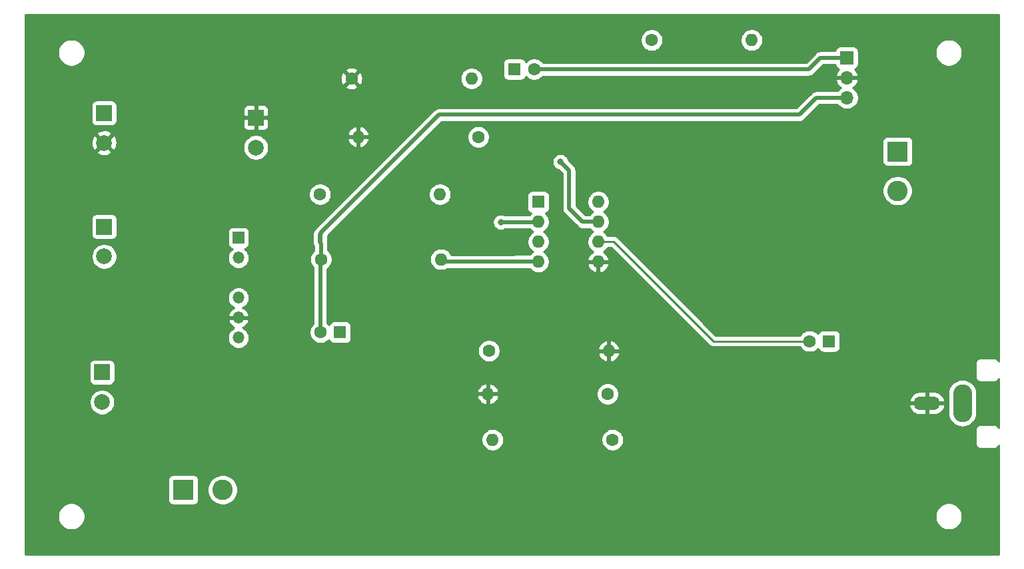
<source format=gbr>
%TF.GenerationSoftware,KiCad,Pcbnew,5.99.0+really5.1.10+dfsg1-1*%
%TF.CreationDate,2021-12-03T19:25:56-06:00*%
%TF.ProjectId,diyperksmic,64697970-6572-46b7-936d-69632e6b6963,rev?*%
%TF.SameCoordinates,Original*%
%TF.FileFunction,Copper,L2,Bot*%
%TF.FilePolarity,Positive*%
%FSLAX46Y46*%
G04 Gerber Fmt 4.6, Leading zero omitted, Abs format (unit mm)*
G04 Created by KiCad (PCBNEW 5.99.0+really5.1.10+dfsg1-1) date 2021-12-03 19:25:56*
%MOMM*%
%LPD*%
G01*
G04 APERTURE LIST*
%TA.AperFunction,ComponentPad*%
%ADD10R,1.700000X1.700000*%
%TD*%
%TA.AperFunction,ComponentPad*%
%ADD11O,1.700000X1.700000*%
%TD*%
%TA.AperFunction,ComponentPad*%
%ADD12O,2.400000X4.800000*%
%TD*%
%TA.AperFunction,ComponentPad*%
%ADD13O,3.400000X1.700000*%
%TD*%
%TA.AperFunction,ComponentPad*%
%ADD14R,1.600000X1.600000*%
%TD*%
%TA.AperFunction,ComponentPad*%
%ADD15C,1.600000*%
%TD*%
%TA.AperFunction,ComponentPad*%
%ADD16O,1.600000X1.600000*%
%TD*%
%TA.AperFunction,ComponentPad*%
%ADD17R,2.000000X2.000000*%
%TD*%
%TA.AperFunction,ComponentPad*%
%ADD18C,2.000000*%
%TD*%
%TA.AperFunction,ComponentPad*%
%ADD19R,2.600000X2.600000*%
%TD*%
%TA.AperFunction,ComponentPad*%
%ADD20C,2.600000*%
%TD*%
%TA.AperFunction,ComponentPad*%
%ADD21R,1.500000X1.500000*%
%TD*%
%TA.AperFunction,ComponentPad*%
%ADD22O,1.500000X1.500000*%
%TD*%
%TA.AperFunction,ViaPad*%
%ADD23C,0.800000*%
%TD*%
%TA.AperFunction,Conductor*%
%ADD24C,0.500000*%
%TD*%
%TA.AperFunction,Conductor*%
%ADD25C,0.250000*%
%TD*%
%TA.AperFunction,Conductor*%
%ADD26C,0.254000*%
%TD*%
%TA.AperFunction,Conductor*%
%ADD27C,0.100000*%
%TD*%
G04 APERTURE END LIST*
D10*
%TO.P,J1,1*%
%TO.N,Net-(C1-Pad2)*%
X183047640Y-46154340D03*
D11*
%TO.P,J1,2*%
%TO.N,GND*%
X183047640Y-48694340D03*
%TO.P,J1,3*%
%TO.N,Net-(C2-Pad2)*%
X183047640Y-51234340D03*
%TD*%
D12*
%TO.P,J2,1*%
%TO.N,Net-(C5-Pad1)*%
X197736960Y-90096340D03*
D13*
%TO.P,J2,2*%
%TO.N,GND*%
X193236960Y-90096340D03*
%TD*%
D14*
%TO.P,C2,1*%
%TO.N,Net-(C2-Pad1)*%
X118643400Y-81076800D03*
D15*
%TO.P,C2,2*%
%TO.N,Net-(C2-Pad2)*%
X116143400Y-81076800D03*
%TD*%
D16*
%TO.P,R1,2*%
%TO.N,Net-(C1-Pad2)*%
X170957240Y-43916600D03*
D15*
%TO.P,R1,1*%
%TO.N,+15V*%
X158257240Y-43916600D03*
%TD*%
D16*
%TO.P,R2,2*%
%TO.N,-15V*%
X131457700Y-71780400D03*
D15*
%TO.P,R2,1*%
%TO.N,Net-(C2-Pad2)*%
X116217700Y-71780400D03*
%TD*%
D17*
%TO.P,C6,1*%
%TO.N,Net-(C6-Pad1)*%
X88402160Y-86159340D03*
D18*
%TO.P,C6,2*%
%TO.N,Net-(C6-Pad2)*%
X88402160Y-89959340D03*
%TD*%
%TO.P,C7,2*%
%TO.N,Net-(C6-Pad2)*%
X88673940Y-71432580D03*
D17*
%TO.P,C7,1*%
%TO.N,Net-(C6-Pad1)*%
X88673940Y-67632580D03*
%TD*%
D19*
%TO.P,J4,1*%
%TO.N,Net-(J4-Pad1)*%
X189496700Y-58066940D03*
D20*
%TO.P,J4,2*%
%TO.N,Net-(J4-Pad2)*%
X189496700Y-63066940D03*
%TD*%
D16*
%TO.P,R8,2*%
%TO.N,-15V*%
X131348480Y-63527940D03*
D15*
%TO.P,R8,1*%
%TO.N,Net-(R8-Pad1)*%
X116108480Y-63527940D03*
%TD*%
D16*
%TO.P,R7,2*%
%TO.N,Net-(R7-Pad2)*%
X138038840Y-94739460D03*
D15*
%TO.P,R7,1*%
%TO.N,+15V*%
X153278840Y-94739460D03*
%TD*%
D16*
%TO.P,R6,2*%
%TO.N,GND*%
X120977660Y-56220360D03*
D15*
%TO.P,R6,1*%
%TO.N,Net-(C2-Pad1)*%
X136217660Y-56220360D03*
%TD*%
D16*
%TO.P,R5,2*%
%TO.N,GND*%
X152798780Y-83444080D03*
D15*
%TO.P,R5,1*%
%TO.N,Net-(C1-Pad1)*%
X137558780Y-83444080D03*
%TD*%
D16*
%TO.P,R4,2*%
%TO.N,-15V*%
X135341360Y-48790860D03*
D15*
%TO.P,R4,1*%
%TO.N,GND*%
X120101360Y-48790860D03*
%TD*%
D16*
%TO.P,R3,2*%
%TO.N,GND*%
X137416540Y-88922860D03*
D15*
%TO.P,R3,1*%
%TO.N,+15V*%
X152656540Y-88922860D03*
%TD*%
D21*
%TO.P,U2,1*%
%TO.N,Net-(C6-Pad1)*%
X105740200Y-69052440D03*
D22*
%TO.P,U2,2*%
%TO.N,Net-(C6-Pad2)*%
X105740200Y-71592440D03*
%TO.P,U2,4*%
%TO.N,Net-(R8-Pad1)*%
X105740200Y-76672440D03*
%TO.P,U2,5*%
%TO.N,GND*%
X105740200Y-79212440D03*
%TO.P,U2,6*%
%TO.N,Net-(R7-Pad2)*%
X105740200Y-81752440D03*
%TD*%
D15*
%TO.P,C1,2*%
%TO.N,Net-(C1-Pad2)*%
X143307440Y-47612300D03*
D14*
%TO.P,C1,1*%
%TO.N,Net-(C1-Pad1)*%
X140807440Y-47612300D03*
%TD*%
D17*
%TO.P,C3,1*%
%TO.N,GND*%
X107947460Y-53759100D03*
D18*
%TO.P,C3,2*%
%TO.N,-15V*%
X107947460Y-57559100D03*
%TD*%
%TO.P,C4,2*%
%TO.N,GND*%
X88663780Y-56974900D03*
D17*
%TO.P,C4,1*%
%TO.N,+15V*%
X88663780Y-53174900D03*
%TD*%
D14*
%TO.P,C5,1*%
%TO.N,Net-(C5-Pad1)*%
X180797200Y-82194400D03*
D15*
%TO.P,C5,2*%
%TO.N,Net-(C5-Pad2)*%
X178297200Y-82194400D03*
%TD*%
D19*
%TO.P,J3,1*%
%TO.N,Net-(C6-Pad1)*%
X98729800Y-101117400D03*
D20*
%TO.P,J3,2*%
%TO.N,Net-(C6-Pad2)*%
X103729800Y-101117400D03*
%TD*%
D14*
%TO.P,U1,1*%
%TO.N,Net-(J4-Pad1)*%
X143832580Y-64482980D03*
D16*
%TO.P,U1,5*%
%TO.N,GND*%
X151452580Y-72102980D03*
%TO.P,U1,2*%
%TO.N,Net-(C2-Pad1)*%
X143832580Y-67022980D03*
%TO.P,U1,6*%
%TO.N,Net-(C5-Pad2)*%
X151452580Y-69562980D03*
%TO.P,U1,3*%
%TO.N,Net-(C1-Pad1)*%
X143832580Y-69562980D03*
%TO.P,U1,7*%
%TO.N,+15V*%
X151452580Y-67022980D03*
%TO.P,U1,4*%
%TO.N,-15V*%
X143832580Y-72102980D03*
%TO.P,U1,8*%
%TO.N,Net-(J4-Pad2)*%
X151452580Y-64482980D03*
%TD*%
D23*
%TO.N,Net-(C2-Pad1)*%
X139067540Y-67066160D03*
%TO.N,+15V*%
X146641820Y-59385200D03*
%TD*%
D24*
%TO.N,Net-(C1-Pad2)*%
X143307440Y-47612300D02*
X173357540Y-47612300D01*
X173357540Y-47612300D02*
X178226720Y-47612300D01*
X179684680Y-46154340D02*
X183047640Y-46154340D01*
X178226720Y-47612300D02*
X179684680Y-46154340D01*
%TO.N,Net-(C2-Pad2)*%
X116194840Y-69575680D02*
X116194840Y-68414900D01*
X116217700Y-71780400D02*
X116217700Y-69827140D01*
X116217700Y-69827140D02*
X116039900Y-69649340D01*
X116039900Y-68569840D02*
X117186710Y-67423030D01*
X116039900Y-69649340D02*
X116039900Y-68569840D01*
X116194840Y-68414900D02*
X117186710Y-67423030D01*
X116143400Y-81076800D02*
X116143400Y-71854700D01*
X179179220Y-51234340D02*
X183047640Y-51234340D01*
X177009841Y-53403719D02*
X179179220Y-51234340D01*
X131206021Y-53403719D02*
X177009841Y-53403719D01*
X117186710Y-67423030D02*
X131206021Y-53403719D01*
%TO.N,Net-(C2-Pad1)*%
X143789400Y-67066160D02*
X143832580Y-67022980D01*
X139067540Y-67066160D02*
X143789400Y-67066160D01*
%TO.N,-15V*%
X140850620Y-72069960D02*
X143680180Y-72069960D01*
X131765040Y-72087740D02*
X131457700Y-71780400D01*
X143852900Y-72087740D02*
X131765040Y-72087740D01*
D25*
%TO.N,GND*%
X163257220Y-92355680D02*
X163526480Y-92355680D01*
D24*
%TO.N,+15V*%
X146641820Y-59385200D02*
X147744180Y-60487560D01*
X147744180Y-60487560D02*
X147744180Y-65311020D01*
X149456140Y-67022980D02*
X151452580Y-67022980D01*
X147744180Y-65311020D02*
X149456140Y-67022980D01*
D25*
%TO.N,Net-(C5-Pad2)*%
X178297200Y-82194400D02*
X166265860Y-82194400D01*
X166088060Y-82194400D02*
X166265860Y-82194400D01*
X153423620Y-69529960D02*
X166088060Y-82194400D01*
X151300180Y-69529960D02*
X153423620Y-69529960D01*
D24*
%TO.N,Net-(J4-Pad1)*%
X189471300Y-58041540D02*
X189496700Y-58066940D01*
%TD*%
D26*
%TO.N,GND*%
X202340000Y-84746619D02*
X202326508Y-84702141D01*
X202267539Y-84591818D01*
X202188180Y-84495120D01*
X202091482Y-84415761D01*
X201981159Y-84356792D01*
X201861451Y-84320479D01*
X201768151Y-84311290D01*
X201736960Y-84308218D01*
X201705769Y-84311290D01*
X200068151Y-84311290D01*
X200036960Y-84308218D01*
X200005769Y-84311290D01*
X199912469Y-84320479D01*
X199792761Y-84356792D01*
X199682438Y-84415761D01*
X199585740Y-84495120D01*
X199506381Y-84591818D01*
X199447412Y-84702141D01*
X199411099Y-84821849D01*
X199398838Y-84946340D01*
X199401910Y-84977532D01*
X199401911Y-86715139D01*
X199398838Y-86746340D01*
X199411099Y-86870831D01*
X199447412Y-86990539D01*
X199506381Y-87100862D01*
X199585740Y-87197560D01*
X199682438Y-87276919D01*
X199792761Y-87335888D01*
X199912469Y-87372201D01*
X200005769Y-87381390D01*
X200036960Y-87384462D01*
X200068151Y-87381390D01*
X201705769Y-87381390D01*
X201736960Y-87384462D01*
X201768151Y-87381390D01*
X201861451Y-87372201D01*
X201981159Y-87335888D01*
X202091482Y-87276919D01*
X202188180Y-87197560D01*
X202267539Y-87100862D01*
X202326508Y-86990539D01*
X202340000Y-86946061D01*
X202340000Y-93246619D01*
X202326508Y-93202141D01*
X202267539Y-93091818D01*
X202188180Y-92995120D01*
X202091482Y-92915761D01*
X201981159Y-92856792D01*
X201861451Y-92820479D01*
X201768151Y-92811290D01*
X201736960Y-92808218D01*
X201705769Y-92811290D01*
X200068151Y-92811290D01*
X200036960Y-92808218D01*
X200005769Y-92811290D01*
X199912469Y-92820479D01*
X199792761Y-92856792D01*
X199682438Y-92915761D01*
X199585740Y-92995120D01*
X199506381Y-93091818D01*
X199447412Y-93202141D01*
X199411099Y-93321849D01*
X199398838Y-93446340D01*
X199401910Y-93477532D01*
X199401911Y-95215139D01*
X199398838Y-95246340D01*
X199411099Y-95370831D01*
X199447412Y-95490539D01*
X199506381Y-95600862D01*
X199585740Y-95697560D01*
X199682438Y-95776919D01*
X199792761Y-95835888D01*
X199912469Y-95872201D01*
X200005769Y-95881390D01*
X200036960Y-95884462D01*
X200068151Y-95881390D01*
X201705769Y-95881390D01*
X201736960Y-95884462D01*
X201768151Y-95881390D01*
X201861451Y-95872201D01*
X201981159Y-95835888D01*
X202091482Y-95776919D01*
X202188180Y-95697560D01*
X202267539Y-95600862D01*
X202326508Y-95490539D01*
X202340000Y-95446061D01*
X202340000Y-109340000D01*
X78660000Y-109340000D01*
X78660000Y-104329117D01*
X82765000Y-104329117D01*
X82765000Y-104670883D01*
X82831675Y-105006081D01*
X82962463Y-105321831D01*
X83152337Y-105605998D01*
X83394002Y-105847663D01*
X83678169Y-106037537D01*
X83993919Y-106168325D01*
X84329117Y-106235000D01*
X84670883Y-106235000D01*
X85006081Y-106168325D01*
X85321831Y-106037537D01*
X85605998Y-105847663D01*
X85847663Y-105605998D01*
X86037537Y-105321831D01*
X86168325Y-105006081D01*
X86235000Y-104670883D01*
X86235000Y-104329117D01*
X194265000Y-104329117D01*
X194265000Y-104670883D01*
X194331675Y-105006081D01*
X194462463Y-105321831D01*
X194652337Y-105605998D01*
X194894002Y-105847663D01*
X195178169Y-106037537D01*
X195493919Y-106168325D01*
X195829117Y-106235000D01*
X196170883Y-106235000D01*
X196506081Y-106168325D01*
X196821831Y-106037537D01*
X197105998Y-105847663D01*
X197347663Y-105605998D01*
X197537537Y-105321831D01*
X197668325Y-105006081D01*
X197735000Y-104670883D01*
X197735000Y-104329117D01*
X197668325Y-103993919D01*
X197537537Y-103678169D01*
X197347663Y-103394002D01*
X197105998Y-103152337D01*
X196821831Y-102962463D01*
X196506081Y-102831675D01*
X196170883Y-102765000D01*
X195829117Y-102765000D01*
X195493919Y-102831675D01*
X195178169Y-102962463D01*
X194894002Y-103152337D01*
X194652337Y-103394002D01*
X194462463Y-103678169D01*
X194331675Y-103993919D01*
X194265000Y-104329117D01*
X86235000Y-104329117D01*
X86168325Y-103993919D01*
X86037537Y-103678169D01*
X85847663Y-103394002D01*
X85605998Y-103152337D01*
X85321831Y-102962463D01*
X85006081Y-102831675D01*
X84670883Y-102765000D01*
X84329117Y-102765000D01*
X83993919Y-102831675D01*
X83678169Y-102962463D01*
X83394002Y-103152337D01*
X83152337Y-103394002D01*
X82962463Y-103678169D01*
X82831675Y-103993919D01*
X82765000Y-104329117D01*
X78660000Y-104329117D01*
X78660000Y-99817400D01*
X96791728Y-99817400D01*
X96791728Y-102417400D01*
X96803988Y-102541882D01*
X96840298Y-102661580D01*
X96899263Y-102771894D01*
X96978615Y-102868585D01*
X97075306Y-102947937D01*
X97185620Y-103006902D01*
X97305318Y-103043212D01*
X97429800Y-103055472D01*
X100029800Y-103055472D01*
X100154282Y-103043212D01*
X100273980Y-103006902D01*
X100384294Y-102947937D01*
X100480985Y-102868585D01*
X100560337Y-102771894D01*
X100619302Y-102661580D01*
X100655612Y-102541882D01*
X100667872Y-102417400D01*
X100667872Y-100926819D01*
X101794800Y-100926819D01*
X101794800Y-101307981D01*
X101869161Y-101681819D01*
X102015025Y-102033966D01*
X102226787Y-102350891D01*
X102496309Y-102620413D01*
X102813234Y-102832175D01*
X103165381Y-102978039D01*
X103539219Y-103052400D01*
X103920381Y-103052400D01*
X104294219Y-102978039D01*
X104646366Y-102832175D01*
X104963291Y-102620413D01*
X105232813Y-102350891D01*
X105444575Y-102033966D01*
X105590439Y-101681819D01*
X105664800Y-101307981D01*
X105664800Y-100926819D01*
X105590439Y-100552981D01*
X105444575Y-100200834D01*
X105232813Y-99883909D01*
X104963291Y-99614387D01*
X104646366Y-99402625D01*
X104294219Y-99256761D01*
X103920381Y-99182400D01*
X103539219Y-99182400D01*
X103165381Y-99256761D01*
X102813234Y-99402625D01*
X102496309Y-99614387D01*
X102226787Y-99883909D01*
X102015025Y-100200834D01*
X101869161Y-100552981D01*
X101794800Y-100926819D01*
X100667872Y-100926819D01*
X100667872Y-99817400D01*
X100655612Y-99692918D01*
X100619302Y-99573220D01*
X100560337Y-99462906D01*
X100480985Y-99366215D01*
X100384294Y-99286863D01*
X100273980Y-99227898D01*
X100154282Y-99191588D01*
X100029800Y-99179328D01*
X97429800Y-99179328D01*
X97305318Y-99191588D01*
X97185620Y-99227898D01*
X97075306Y-99286863D01*
X96978615Y-99366215D01*
X96899263Y-99462906D01*
X96840298Y-99573220D01*
X96803988Y-99692918D01*
X96791728Y-99817400D01*
X78660000Y-99817400D01*
X78660000Y-94598125D01*
X136603840Y-94598125D01*
X136603840Y-94880795D01*
X136658987Y-95158034D01*
X136767160Y-95419187D01*
X136924203Y-95654219D01*
X137124081Y-95854097D01*
X137359113Y-96011140D01*
X137620266Y-96119313D01*
X137897505Y-96174460D01*
X138180175Y-96174460D01*
X138457414Y-96119313D01*
X138718567Y-96011140D01*
X138953599Y-95854097D01*
X139153477Y-95654219D01*
X139310520Y-95419187D01*
X139418693Y-95158034D01*
X139473840Y-94880795D01*
X139473840Y-94598125D01*
X151843840Y-94598125D01*
X151843840Y-94880795D01*
X151898987Y-95158034D01*
X152007160Y-95419187D01*
X152164203Y-95654219D01*
X152364081Y-95854097D01*
X152599113Y-96011140D01*
X152860266Y-96119313D01*
X153137505Y-96174460D01*
X153420175Y-96174460D01*
X153697414Y-96119313D01*
X153958567Y-96011140D01*
X154193599Y-95854097D01*
X154393477Y-95654219D01*
X154550520Y-95419187D01*
X154658693Y-95158034D01*
X154713840Y-94880795D01*
X154713840Y-94598125D01*
X154658693Y-94320886D01*
X154550520Y-94059733D01*
X154393477Y-93824701D01*
X154193599Y-93624823D01*
X153958567Y-93467780D01*
X153697414Y-93359607D01*
X153420175Y-93304460D01*
X153137505Y-93304460D01*
X152860266Y-93359607D01*
X152599113Y-93467780D01*
X152364081Y-93624823D01*
X152164203Y-93824701D01*
X152007160Y-94059733D01*
X151898987Y-94320886D01*
X151843840Y-94598125D01*
X139473840Y-94598125D01*
X139418693Y-94320886D01*
X139310520Y-94059733D01*
X139153477Y-93824701D01*
X138953599Y-93624823D01*
X138718567Y-93467780D01*
X138457414Y-93359607D01*
X138180175Y-93304460D01*
X137897505Y-93304460D01*
X137620266Y-93359607D01*
X137359113Y-93467780D01*
X137124081Y-93624823D01*
X136924203Y-93824701D01*
X136767160Y-94059733D01*
X136658987Y-94320886D01*
X136603840Y-94598125D01*
X78660000Y-94598125D01*
X78660000Y-89798307D01*
X86767160Y-89798307D01*
X86767160Y-90120373D01*
X86829992Y-90436252D01*
X86953242Y-90733803D01*
X87132173Y-91001592D01*
X87359908Y-91229327D01*
X87627697Y-91408258D01*
X87925248Y-91531508D01*
X88241127Y-91594340D01*
X88563193Y-91594340D01*
X88879072Y-91531508D01*
X89176623Y-91408258D01*
X89444412Y-91229327D01*
X89672147Y-91001592D01*
X89851078Y-90733803D01*
X89967295Y-90453230D01*
X190945484Y-90453230D01*
X190966397Y-90547293D01*
X191081669Y-90815766D01*
X191247103Y-91056592D01*
X191456341Y-91260516D01*
X191701342Y-91419701D01*
X191972691Y-91528030D01*
X192259960Y-91581340D01*
X193109960Y-91581340D01*
X193109960Y-90223340D01*
X193363960Y-90223340D01*
X193363960Y-91581340D01*
X194213960Y-91581340D01*
X194501229Y-91528030D01*
X194772578Y-91419701D01*
X195017579Y-91260516D01*
X195226817Y-91056592D01*
X195392251Y-90815766D01*
X195507523Y-90547293D01*
X195528436Y-90453230D01*
X195407115Y-90223340D01*
X193363960Y-90223340D01*
X193109960Y-90223340D01*
X191066805Y-90223340D01*
X190945484Y-90453230D01*
X89967295Y-90453230D01*
X89974328Y-90436252D01*
X90037160Y-90120373D01*
X90037160Y-89798307D01*
X89974328Y-89482428D01*
X89887124Y-89271899D01*
X136024636Y-89271899D01*
X136065294Y-89405947D01*
X136185503Y-89660280D01*
X136353021Y-89886274D01*
X136561409Y-90075245D01*
X136802659Y-90219930D01*
X137067500Y-90314769D01*
X137289540Y-90193484D01*
X137289540Y-89049860D01*
X137543540Y-89049860D01*
X137543540Y-90193484D01*
X137765580Y-90314769D01*
X138030421Y-90219930D01*
X138271671Y-90075245D01*
X138480059Y-89886274D01*
X138647577Y-89660280D01*
X138767786Y-89405947D01*
X138808444Y-89271899D01*
X138686455Y-89049860D01*
X137543540Y-89049860D01*
X137289540Y-89049860D01*
X136146625Y-89049860D01*
X136024636Y-89271899D01*
X89887124Y-89271899D01*
X89851078Y-89184877D01*
X89672147Y-88917088D01*
X89444412Y-88689353D01*
X89271507Y-88573821D01*
X136024636Y-88573821D01*
X136146625Y-88795860D01*
X137289540Y-88795860D01*
X137289540Y-87652236D01*
X137543540Y-87652236D01*
X137543540Y-88795860D01*
X138686455Y-88795860D01*
X138694330Y-88781525D01*
X151221540Y-88781525D01*
X151221540Y-89064195D01*
X151276687Y-89341434D01*
X151384860Y-89602587D01*
X151541903Y-89837619D01*
X151741781Y-90037497D01*
X151976813Y-90194540D01*
X152237966Y-90302713D01*
X152515205Y-90357860D01*
X152797875Y-90357860D01*
X153075114Y-90302713D01*
X153336267Y-90194540D01*
X153571299Y-90037497D01*
X153771177Y-89837619D01*
X153836771Y-89739450D01*
X190945484Y-89739450D01*
X191066805Y-89969340D01*
X193109960Y-89969340D01*
X193109960Y-88611340D01*
X193363960Y-88611340D01*
X193363960Y-89969340D01*
X195407115Y-89969340D01*
X195528436Y-89739450D01*
X195507523Y-89645387D01*
X195392251Y-89376914D01*
X195226817Y-89136088D01*
X195017579Y-88932164D01*
X194823712Y-88806202D01*
X195901960Y-88806202D01*
X195901961Y-91386479D01*
X195928513Y-91656063D01*
X196033440Y-92001962D01*
X196203832Y-92320744D01*
X196433142Y-92600159D01*
X196712557Y-92829469D01*
X197031339Y-92999861D01*
X197377238Y-93104788D01*
X197736960Y-93140218D01*
X198096683Y-93104788D01*
X198442582Y-92999861D01*
X198761364Y-92829469D01*
X199040779Y-92600159D01*
X199270089Y-92320744D01*
X199440481Y-92001962D01*
X199545408Y-91656063D01*
X199571960Y-91386479D01*
X199571960Y-88806201D01*
X199545408Y-88536617D01*
X199440481Y-88190718D01*
X199270089Y-87871936D01*
X199040779Y-87592521D01*
X198761363Y-87363211D01*
X198442581Y-87192819D01*
X198096682Y-87087892D01*
X197736960Y-87052462D01*
X197377237Y-87087892D01*
X197031338Y-87192819D01*
X196712556Y-87363211D01*
X196433141Y-87592521D01*
X196203831Y-87871937D01*
X196033439Y-88190719D01*
X195928512Y-88536618D01*
X195901960Y-88806202D01*
X194823712Y-88806202D01*
X194772578Y-88772979D01*
X194501229Y-88664650D01*
X194213960Y-88611340D01*
X193363960Y-88611340D01*
X193109960Y-88611340D01*
X192259960Y-88611340D01*
X191972691Y-88664650D01*
X191701342Y-88772979D01*
X191456341Y-88932164D01*
X191247103Y-89136088D01*
X191081669Y-89376914D01*
X190966397Y-89645387D01*
X190945484Y-89739450D01*
X153836771Y-89739450D01*
X153928220Y-89602587D01*
X154036393Y-89341434D01*
X154091540Y-89064195D01*
X154091540Y-88781525D01*
X154036393Y-88504286D01*
X153928220Y-88243133D01*
X153771177Y-88008101D01*
X153571299Y-87808223D01*
X153336267Y-87651180D01*
X153075114Y-87543007D01*
X152797875Y-87487860D01*
X152515205Y-87487860D01*
X152237966Y-87543007D01*
X151976813Y-87651180D01*
X151741781Y-87808223D01*
X151541903Y-88008101D01*
X151384860Y-88243133D01*
X151276687Y-88504286D01*
X151221540Y-88781525D01*
X138694330Y-88781525D01*
X138808444Y-88573821D01*
X138767786Y-88439773D01*
X138647577Y-88185440D01*
X138480059Y-87959446D01*
X138271671Y-87770475D01*
X138030421Y-87625790D01*
X137765580Y-87530951D01*
X137543540Y-87652236D01*
X137289540Y-87652236D01*
X137067500Y-87530951D01*
X136802659Y-87625790D01*
X136561409Y-87770475D01*
X136353021Y-87959446D01*
X136185503Y-88185440D01*
X136065294Y-88439773D01*
X136024636Y-88573821D01*
X89271507Y-88573821D01*
X89176623Y-88510422D01*
X88879072Y-88387172D01*
X88563193Y-88324340D01*
X88241127Y-88324340D01*
X87925248Y-88387172D01*
X87627697Y-88510422D01*
X87359908Y-88689353D01*
X87132173Y-88917088D01*
X86953242Y-89184877D01*
X86829992Y-89482428D01*
X86767160Y-89798307D01*
X78660000Y-89798307D01*
X78660000Y-85159340D01*
X86764088Y-85159340D01*
X86764088Y-87159340D01*
X86776348Y-87283822D01*
X86812658Y-87403520D01*
X86871623Y-87513834D01*
X86950975Y-87610525D01*
X87047666Y-87689877D01*
X87157980Y-87748842D01*
X87277678Y-87785152D01*
X87402160Y-87797412D01*
X89402160Y-87797412D01*
X89526642Y-87785152D01*
X89646340Y-87748842D01*
X89756654Y-87689877D01*
X89853345Y-87610525D01*
X89932697Y-87513834D01*
X89991662Y-87403520D01*
X90027972Y-87283822D01*
X90040232Y-87159340D01*
X90040232Y-85159340D01*
X90027972Y-85034858D01*
X89991662Y-84915160D01*
X89932697Y-84804846D01*
X89853345Y-84708155D01*
X89756654Y-84628803D01*
X89646340Y-84569838D01*
X89526642Y-84533528D01*
X89402160Y-84521268D01*
X87402160Y-84521268D01*
X87277678Y-84533528D01*
X87157980Y-84569838D01*
X87047666Y-84628803D01*
X86950975Y-84708155D01*
X86871623Y-84804846D01*
X86812658Y-84915160D01*
X86776348Y-85034858D01*
X86764088Y-85159340D01*
X78660000Y-85159340D01*
X78660000Y-83302745D01*
X136123780Y-83302745D01*
X136123780Y-83585415D01*
X136178927Y-83862654D01*
X136287100Y-84123807D01*
X136444143Y-84358839D01*
X136644021Y-84558717D01*
X136879053Y-84715760D01*
X137140206Y-84823933D01*
X137417445Y-84879080D01*
X137700115Y-84879080D01*
X137977354Y-84823933D01*
X138238507Y-84715760D01*
X138473539Y-84558717D01*
X138673417Y-84358839D01*
X138830460Y-84123807D01*
X138938633Y-83862654D01*
X138952464Y-83793119D01*
X151406876Y-83793119D01*
X151447534Y-83927167D01*
X151567743Y-84181500D01*
X151735261Y-84407494D01*
X151943649Y-84596465D01*
X152184899Y-84741150D01*
X152449740Y-84835989D01*
X152671780Y-84714704D01*
X152671780Y-83571080D01*
X152925780Y-83571080D01*
X152925780Y-84714704D01*
X153147820Y-84835989D01*
X153412661Y-84741150D01*
X153653911Y-84596465D01*
X153862299Y-84407494D01*
X154029817Y-84181500D01*
X154150026Y-83927167D01*
X154190684Y-83793119D01*
X154068695Y-83571080D01*
X152925780Y-83571080D01*
X152671780Y-83571080D01*
X151528865Y-83571080D01*
X151406876Y-83793119D01*
X138952464Y-83793119D01*
X138993780Y-83585415D01*
X138993780Y-83302745D01*
X138952465Y-83095041D01*
X151406876Y-83095041D01*
X151528865Y-83317080D01*
X152671780Y-83317080D01*
X152671780Y-82173456D01*
X152925780Y-82173456D01*
X152925780Y-83317080D01*
X154068695Y-83317080D01*
X154190684Y-83095041D01*
X154150026Y-82960993D01*
X154029817Y-82706660D01*
X153862299Y-82480666D01*
X153653911Y-82291695D01*
X153412661Y-82147010D01*
X153147820Y-82052171D01*
X152925780Y-82173456D01*
X152671780Y-82173456D01*
X152449740Y-82052171D01*
X152184899Y-82147010D01*
X151943649Y-82291695D01*
X151735261Y-82480666D01*
X151567743Y-82706660D01*
X151447534Y-82960993D01*
X151406876Y-83095041D01*
X138952465Y-83095041D01*
X138938633Y-83025506D01*
X138830460Y-82764353D01*
X138673417Y-82529321D01*
X138473539Y-82329443D01*
X138238507Y-82172400D01*
X137977354Y-82064227D01*
X137700115Y-82009080D01*
X137417445Y-82009080D01*
X137140206Y-82064227D01*
X136879053Y-82172400D01*
X136644021Y-82329443D01*
X136444143Y-82529321D01*
X136287100Y-82764353D01*
X136178927Y-83025506D01*
X136123780Y-83302745D01*
X78660000Y-83302745D01*
X78660000Y-81616029D01*
X104355200Y-81616029D01*
X104355200Y-81888851D01*
X104408425Y-82156429D01*
X104512829Y-82408483D01*
X104664401Y-82635326D01*
X104857314Y-82828239D01*
X105084157Y-82979811D01*
X105336211Y-83084215D01*
X105603789Y-83137440D01*
X105876611Y-83137440D01*
X106144189Y-83084215D01*
X106396243Y-82979811D01*
X106623086Y-82828239D01*
X106815999Y-82635326D01*
X106967571Y-82408483D01*
X107071975Y-82156429D01*
X107125200Y-81888851D01*
X107125200Y-81616029D01*
X107071975Y-81348451D01*
X106967571Y-81096397D01*
X106860040Y-80935465D01*
X114708400Y-80935465D01*
X114708400Y-81218135D01*
X114763547Y-81495374D01*
X114871720Y-81756527D01*
X115028763Y-81991559D01*
X115228641Y-82191437D01*
X115463673Y-82348480D01*
X115724826Y-82456653D01*
X116002065Y-82511800D01*
X116284735Y-82511800D01*
X116561974Y-82456653D01*
X116823127Y-82348480D01*
X117058159Y-82191437D01*
X117224739Y-82024857D01*
X117253898Y-82120980D01*
X117312863Y-82231294D01*
X117392215Y-82327985D01*
X117488906Y-82407337D01*
X117599220Y-82466302D01*
X117718918Y-82502612D01*
X117843400Y-82514872D01*
X119443400Y-82514872D01*
X119567882Y-82502612D01*
X119687580Y-82466302D01*
X119797894Y-82407337D01*
X119894585Y-82327985D01*
X119973937Y-82231294D01*
X120032902Y-82120980D01*
X120069212Y-82001282D01*
X120081472Y-81876800D01*
X120081472Y-80276800D01*
X120069212Y-80152318D01*
X120032902Y-80032620D01*
X119973937Y-79922306D01*
X119894585Y-79825615D01*
X119797894Y-79746263D01*
X119687580Y-79687298D01*
X119567882Y-79650988D01*
X119443400Y-79638728D01*
X117843400Y-79638728D01*
X117718918Y-79650988D01*
X117599220Y-79687298D01*
X117488906Y-79746263D01*
X117392215Y-79825615D01*
X117312863Y-79922306D01*
X117253898Y-80032620D01*
X117224739Y-80128743D01*
X117058159Y-79962163D01*
X117028400Y-79942279D01*
X117028400Y-72964567D01*
X117132459Y-72895037D01*
X117332337Y-72695159D01*
X117489380Y-72460127D01*
X117597553Y-72198974D01*
X117652700Y-71921735D01*
X117652700Y-71639065D01*
X130022700Y-71639065D01*
X130022700Y-71921735D01*
X130077847Y-72198974D01*
X130186020Y-72460127D01*
X130343063Y-72695159D01*
X130542941Y-72895037D01*
X130777973Y-73052080D01*
X131039126Y-73160253D01*
X131316365Y-73215400D01*
X131599035Y-73215400D01*
X131876274Y-73160253D01*
X132137427Y-73052080D01*
X132256168Y-72972740D01*
X142687876Y-72972740D01*
X142717943Y-73017739D01*
X142917821Y-73217617D01*
X143152853Y-73374660D01*
X143414006Y-73482833D01*
X143691245Y-73537980D01*
X143973915Y-73537980D01*
X144251154Y-73482833D01*
X144512307Y-73374660D01*
X144747339Y-73217617D01*
X144947217Y-73017739D01*
X145104260Y-72782707D01*
X145212433Y-72521554D01*
X145226264Y-72452019D01*
X150060676Y-72452019D01*
X150101334Y-72586067D01*
X150221543Y-72840400D01*
X150389061Y-73066394D01*
X150597449Y-73255365D01*
X150838699Y-73400050D01*
X151103540Y-73494889D01*
X151325580Y-73373604D01*
X151325580Y-72229980D01*
X151579580Y-72229980D01*
X151579580Y-73373604D01*
X151801620Y-73494889D01*
X152066461Y-73400050D01*
X152307711Y-73255365D01*
X152516099Y-73066394D01*
X152683617Y-72840400D01*
X152803826Y-72586067D01*
X152844484Y-72452019D01*
X152722495Y-72229980D01*
X151579580Y-72229980D01*
X151325580Y-72229980D01*
X150182665Y-72229980D01*
X150060676Y-72452019D01*
X145226264Y-72452019D01*
X145267580Y-72244315D01*
X145267580Y-71961645D01*
X145212433Y-71684406D01*
X145104260Y-71423253D01*
X144947217Y-71188221D01*
X144747339Y-70988343D01*
X144514821Y-70832980D01*
X144747339Y-70677617D01*
X144947217Y-70477739D01*
X145104260Y-70242707D01*
X145212433Y-69981554D01*
X145267580Y-69704315D01*
X145267580Y-69421645D01*
X145212433Y-69144406D01*
X145104260Y-68883253D01*
X144947217Y-68648221D01*
X144747339Y-68448343D01*
X144514821Y-68292980D01*
X144747339Y-68137617D01*
X144947217Y-67937739D01*
X145104260Y-67702707D01*
X145212433Y-67441554D01*
X145267580Y-67164315D01*
X145267580Y-66881645D01*
X145212433Y-66604406D01*
X145104260Y-66343253D01*
X144947217Y-66108221D01*
X144748619Y-65909623D01*
X144757062Y-65908792D01*
X144876760Y-65872482D01*
X144987074Y-65813517D01*
X145083765Y-65734165D01*
X145163117Y-65637474D01*
X145222082Y-65527160D01*
X145258392Y-65407462D01*
X145270652Y-65282980D01*
X145270652Y-63682980D01*
X145258392Y-63558498D01*
X145222082Y-63438800D01*
X145163117Y-63328486D01*
X145083765Y-63231795D01*
X144987074Y-63152443D01*
X144876760Y-63093478D01*
X144757062Y-63057168D01*
X144632580Y-63044908D01*
X143032580Y-63044908D01*
X142908098Y-63057168D01*
X142788400Y-63093478D01*
X142678086Y-63152443D01*
X142581395Y-63231795D01*
X142502043Y-63328486D01*
X142443078Y-63438800D01*
X142406768Y-63558498D01*
X142394508Y-63682980D01*
X142394508Y-65282980D01*
X142406768Y-65407462D01*
X142443078Y-65527160D01*
X142502043Y-65637474D01*
X142581395Y-65734165D01*
X142678086Y-65813517D01*
X142788400Y-65872482D01*
X142908098Y-65908792D01*
X142916541Y-65909623D01*
X142717943Y-66108221D01*
X142669207Y-66181160D01*
X139605994Y-66181160D01*
X139557796Y-66148955D01*
X139369438Y-66070934D01*
X139169479Y-66031160D01*
X138965601Y-66031160D01*
X138765642Y-66070934D01*
X138577284Y-66148955D01*
X138407766Y-66262223D01*
X138263603Y-66406386D01*
X138150335Y-66575904D01*
X138072314Y-66764262D01*
X138032540Y-66964221D01*
X138032540Y-67168099D01*
X138072314Y-67368058D01*
X138150335Y-67556416D01*
X138263603Y-67725934D01*
X138407766Y-67870097D01*
X138577284Y-67983365D01*
X138765642Y-68061386D01*
X138965601Y-68101160D01*
X139169479Y-68101160D01*
X139369438Y-68061386D01*
X139557796Y-67983365D01*
X139605994Y-67951160D01*
X142731364Y-67951160D01*
X142917821Y-68137617D01*
X143150339Y-68292980D01*
X142917821Y-68448343D01*
X142717943Y-68648221D01*
X142560900Y-68883253D01*
X142452727Y-69144406D01*
X142397580Y-69421645D01*
X142397580Y-69704315D01*
X142452727Y-69981554D01*
X142560900Y-70242707D01*
X142717943Y-70477739D01*
X142917821Y-70677617D01*
X143150339Y-70832980D01*
X142917821Y-70988343D01*
X142721204Y-71184960D01*
X140807143Y-71184960D01*
X140677130Y-71197765D01*
X140660730Y-71202740D01*
X132771657Y-71202740D01*
X132729380Y-71100673D01*
X132572337Y-70865641D01*
X132372459Y-70665763D01*
X132137427Y-70508720D01*
X131876274Y-70400547D01*
X131599035Y-70345400D01*
X131316365Y-70345400D01*
X131039126Y-70400547D01*
X130777973Y-70508720D01*
X130542941Y-70665763D01*
X130343063Y-70865641D01*
X130186020Y-71100673D01*
X130077847Y-71361826D01*
X130022700Y-71639065D01*
X117652700Y-71639065D01*
X117597553Y-71361826D01*
X117489380Y-71100673D01*
X117332337Y-70865641D01*
X117132459Y-70665763D01*
X117102700Y-70645879D01*
X117102700Y-69870605D01*
X117106981Y-69827139D01*
X117102700Y-69783673D01*
X117102700Y-69783663D01*
X117089895Y-69653650D01*
X117079740Y-69620174D01*
X117079840Y-69619157D01*
X117079840Y-68781478D01*
X117843242Y-68018077D01*
X117843247Y-68018071D01*
X122474713Y-63386605D01*
X129913480Y-63386605D01*
X129913480Y-63669275D01*
X129968627Y-63946514D01*
X130076800Y-64207667D01*
X130233843Y-64442699D01*
X130433721Y-64642577D01*
X130668753Y-64799620D01*
X130929906Y-64907793D01*
X131207145Y-64962940D01*
X131489815Y-64962940D01*
X131767054Y-64907793D01*
X132028207Y-64799620D01*
X132263239Y-64642577D01*
X132463117Y-64442699D01*
X132620160Y-64207667D01*
X132728333Y-63946514D01*
X132783480Y-63669275D01*
X132783480Y-63386605D01*
X132728333Y-63109366D01*
X132620160Y-62848213D01*
X132463117Y-62613181D01*
X132263239Y-62413303D01*
X132028207Y-62256260D01*
X131767054Y-62148087D01*
X131489815Y-62092940D01*
X131207145Y-62092940D01*
X130929906Y-62148087D01*
X130668753Y-62256260D01*
X130433721Y-62413303D01*
X130233843Y-62613181D01*
X130076800Y-62848213D01*
X129968627Y-63109366D01*
X129913480Y-63386605D01*
X122474713Y-63386605D01*
X126578057Y-59283261D01*
X145606820Y-59283261D01*
X145606820Y-59487139D01*
X145646594Y-59687098D01*
X145724615Y-59875456D01*
X145837883Y-60044974D01*
X145982046Y-60189137D01*
X146151564Y-60302405D01*
X146339922Y-60380426D01*
X146396777Y-60391735D01*
X146859180Y-60854139D01*
X146859181Y-65267541D01*
X146854899Y-65311020D01*
X146871985Y-65484510D01*
X146922592Y-65651333D01*
X147004770Y-65805079D01*
X147087648Y-65906066D01*
X147087651Y-65906069D01*
X147115364Y-65939837D01*
X147149131Y-65967549D01*
X148799610Y-67618029D01*
X148827323Y-67651797D01*
X148861091Y-67679510D01*
X148861093Y-67679512D01*
X148883188Y-67697645D01*
X148962081Y-67762391D01*
X149115827Y-67844569D01*
X149282650Y-67895175D01*
X149412663Y-67907980D01*
X149412673Y-67907980D01*
X149456139Y-67912261D01*
X149499606Y-67907980D01*
X150318059Y-67907980D01*
X150337943Y-67937739D01*
X150537821Y-68137617D01*
X150770339Y-68292980D01*
X150537821Y-68448343D01*
X150337943Y-68648221D01*
X150180900Y-68883253D01*
X150072727Y-69144406D01*
X150017580Y-69421645D01*
X150017580Y-69704315D01*
X150072727Y-69981554D01*
X150180900Y-70242707D01*
X150337943Y-70477739D01*
X150537821Y-70677617D01*
X150772853Y-70834660D01*
X150783445Y-70839047D01*
X150597449Y-70950595D01*
X150389061Y-71139566D01*
X150221543Y-71365560D01*
X150101334Y-71619893D01*
X150060676Y-71753941D01*
X150182665Y-71975980D01*
X151325580Y-71975980D01*
X151325580Y-71955980D01*
X151579580Y-71955980D01*
X151579580Y-71975980D01*
X152722495Y-71975980D01*
X152844484Y-71753941D01*
X152803826Y-71619893D01*
X152683617Y-71365560D01*
X152516099Y-71139566D01*
X152307711Y-70950595D01*
X152121715Y-70839047D01*
X152132307Y-70834660D01*
X152367339Y-70677617D01*
X152567217Y-70477739D01*
X152692687Y-70289960D01*
X153108819Y-70289960D01*
X165524261Y-82705403D01*
X165548059Y-82734401D01*
X165663784Y-82829374D01*
X165795813Y-82899946D01*
X165939074Y-82943403D01*
X166050727Y-82954400D01*
X166050737Y-82954400D01*
X166088060Y-82958076D01*
X166125383Y-82954400D01*
X177079157Y-82954400D01*
X177182563Y-83109159D01*
X177382441Y-83309037D01*
X177617473Y-83466080D01*
X177878626Y-83574253D01*
X178155865Y-83629400D01*
X178438535Y-83629400D01*
X178715774Y-83574253D01*
X178976927Y-83466080D01*
X179211959Y-83309037D01*
X179378539Y-83142457D01*
X179407698Y-83238580D01*
X179466663Y-83348894D01*
X179546015Y-83445585D01*
X179642706Y-83524937D01*
X179753020Y-83583902D01*
X179872718Y-83620212D01*
X179997200Y-83632472D01*
X181597200Y-83632472D01*
X181721682Y-83620212D01*
X181841380Y-83583902D01*
X181951694Y-83524937D01*
X182048385Y-83445585D01*
X182127737Y-83348894D01*
X182186702Y-83238580D01*
X182223012Y-83118882D01*
X182235272Y-82994400D01*
X182235272Y-81394400D01*
X182223012Y-81269918D01*
X182186702Y-81150220D01*
X182127737Y-81039906D01*
X182048385Y-80943215D01*
X181951694Y-80863863D01*
X181841380Y-80804898D01*
X181721682Y-80768588D01*
X181597200Y-80756328D01*
X179997200Y-80756328D01*
X179872718Y-80768588D01*
X179753020Y-80804898D01*
X179642706Y-80863863D01*
X179546015Y-80943215D01*
X179466663Y-81039906D01*
X179407698Y-81150220D01*
X179378539Y-81246343D01*
X179211959Y-81079763D01*
X178976927Y-80922720D01*
X178715774Y-80814547D01*
X178438535Y-80759400D01*
X178155865Y-80759400D01*
X177878626Y-80814547D01*
X177617473Y-80922720D01*
X177382441Y-81079763D01*
X177182563Y-81279641D01*
X177079157Y-81434400D01*
X166402862Y-81434400D01*
X153987424Y-69018963D01*
X153963621Y-68989959D01*
X153847896Y-68894986D01*
X153715867Y-68824414D01*
X153572606Y-68780957D01*
X153460953Y-68769960D01*
X153460942Y-68769960D01*
X153423620Y-68766284D01*
X153386298Y-68769960D01*
X152648560Y-68769960D01*
X152567217Y-68648221D01*
X152367339Y-68448343D01*
X152134821Y-68292980D01*
X152367339Y-68137617D01*
X152567217Y-67937739D01*
X152724260Y-67702707D01*
X152832433Y-67441554D01*
X152887580Y-67164315D01*
X152887580Y-66881645D01*
X152832433Y-66604406D01*
X152724260Y-66343253D01*
X152567217Y-66108221D01*
X152367339Y-65908343D01*
X152134821Y-65752980D01*
X152367339Y-65597617D01*
X152567217Y-65397739D01*
X152724260Y-65162707D01*
X152832433Y-64901554D01*
X152887580Y-64624315D01*
X152887580Y-64341645D01*
X152832433Y-64064406D01*
X152724260Y-63803253D01*
X152567217Y-63568221D01*
X152367339Y-63368343D01*
X152132307Y-63211300D01*
X151871154Y-63103127D01*
X151593915Y-63047980D01*
X151311245Y-63047980D01*
X151034006Y-63103127D01*
X150772853Y-63211300D01*
X150537821Y-63368343D01*
X150337943Y-63568221D01*
X150180900Y-63803253D01*
X150072727Y-64064406D01*
X150017580Y-64341645D01*
X150017580Y-64624315D01*
X150072727Y-64901554D01*
X150180900Y-65162707D01*
X150337943Y-65397739D01*
X150537821Y-65597617D01*
X150770339Y-65752980D01*
X150537821Y-65908343D01*
X150337943Y-66108221D01*
X150318059Y-66137980D01*
X149822719Y-66137980D01*
X148629180Y-64944442D01*
X148629180Y-62876359D01*
X187561700Y-62876359D01*
X187561700Y-63257521D01*
X187636061Y-63631359D01*
X187781925Y-63983506D01*
X187993687Y-64300431D01*
X188263209Y-64569953D01*
X188580134Y-64781715D01*
X188932281Y-64927579D01*
X189306119Y-65001940D01*
X189687281Y-65001940D01*
X190061119Y-64927579D01*
X190413266Y-64781715D01*
X190730191Y-64569953D01*
X190999713Y-64300431D01*
X191211475Y-63983506D01*
X191357339Y-63631359D01*
X191431700Y-63257521D01*
X191431700Y-62876359D01*
X191357339Y-62502521D01*
X191211475Y-62150374D01*
X190999713Y-61833449D01*
X190730191Y-61563927D01*
X190413266Y-61352165D01*
X190061119Y-61206301D01*
X189687281Y-61131940D01*
X189306119Y-61131940D01*
X188932281Y-61206301D01*
X188580134Y-61352165D01*
X188263209Y-61563927D01*
X187993687Y-61833449D01*
X187781925Y-62150374D01*
X187636061Y-62502521D01*
X187561700Y-62876359D01*
X148629180Y-62876359D01*
X148629180Y-60531025D01*
X148633461Y-60487559D01*
X148629180Y-60444093D01*
X148629180Y-60444083D01*
X148616375Y-60314070D01*
X148565769Y-60147247D01*
X148483591Y-59993501D01*
X148453177Y-59956442D01*
X148400712Y-59892513D01*
X148400710Y-59892511D01*
X148372997Y-59858743D01*
X148339230Y-59831031D01*
X147648355Y-59140157D01*
X147637046Y-59083302D01*
X147559025Y-58894944D01*
X147445757Y-58725426D01*
X147301594Y-58581263D01*
X147132076Y-58467995D01*
X146943718Y-58389974D01*
X146743759Y-58350200D01*
X146539881Y-58350200D01*
X146339922Y-58389974D01*
X146151564Y-58467995D01*
X145982046Y-58581263D01*
X145837883Y-58725426D01*
X145724615Y-58894944D01*
X145646594Y-59083302D01*
X145606820Y-59283261D01*
X126578057Y-59283261D01*
X129782293Y-56079025D01*
X134782660Y-56079025D01*
X134782660Y-56361695D01*
X134837807Y-56638934D01*
X134945980Y-56900087D01*
X135103023Y-57135119D01*
X135302901Y-57334997D01*
X135537933Y-57492040D01*
X135799086Y-57600213D01*
X136076325Y-57655360D01*
X136358995Y-57655360D01*
X136636234Y-57600213D01*
X136897387Y-57492040D01*
X137132419Y-57334997D01*
X137332297Y-57135119D01*
X137489340Y-56900087D01*
X137544491Y-56766940D01*
X187558628Y-56766940D01*
X187558628Y-59366940D01*
X187570888Y-59491422D01*
X187607198Y-59611120D01*
X187666163Y-59721434D01*
X187745515Y-59818125D01*
X187842206Y-59897477D01*
X187952520Y-59956442D01*
X188072218Y-59992752D01*
X188196700Y-60005012D01*
X190796700Y-60005012D01*
X190921182Y-59992752D01*
X191040880Y-59956442D01*
X191151194Y-59897477D01*
X191247885Y-59818125D01*
X191327237Y-59721434D01*
X191386202Y-59611120D01*
X191422512Y-59491422D01*
X191434772Y-59366940D01*
X191434772Y-56766940D01*
X191422512Y-56642458D01*
X191386202Y-56522760D01*
X191327237Y-56412446D01*
X191247885Y-56315755D01*
X191151194Y-56236403D01*
X191040880Y-56177438D01*
X190921182Y-56141128D01*
X190796700Y-56128868D01*
X188196700Y-56128868D01*
X188072218Y-56141128D01*
X187952520Y-56177438D01*
X187842206Y-56236403D01*
X187745515Y-56315755D01*
X187666163Y-56412446D01*
X187607198Y-56522760D01*
X187570888Y-56642458D01*
X187558628Y-56766940D01*
X137544491Y-56766940D01*
X137597513Y-56638934D01*
X137652660Y-56361695D01*
X137652660Y-56079025D01*
X137597513Y-55801786D01*
X137489340Y-55540633D01*
X137332297Y-55305601D01*
X137132419Y-55105723D01*
X136897387Y-54948680D01*
X136636234Y-54840507D01*
X136358995Y-54785360D01*
X136076325Y-54785360D01*
X135799086Y-54840507D01*
X135537933Y-54948680D01*
X135302901Y-55105723D01*
X135103023Y-55305601D01*
X134945980Y-55540633D01*
X134837807Y-55801786D01*
X134782660Y-56079025D01*
X129782293Y-56079025D01*
X131572600Y-54288719D01*
X176966372Y-54288719D01*
X177009841Y-54293000D01*
X177053310Y-54288719D01*
X177053318Y-54288719D01*
X177183331Y-54275914D01*
X177350154Y-54225308D01*
X177503900Y-54143130D01*
X177638658Y-54032536D01*
X177666375Y-53998763D01*
X179545799Y-52119340D01*
X181852984Y-52119340D01*
X181894165Y-52180972D01*
X182101008Y-52387815D01*
X182344229Y-52550330D01*
X182614482Y-52662272D01*
X182901380Y-52719340D01*
X183193900Y-52719340D01*
X183480798Y-52662272D01*
X183751051Y-52550330D01*
X183994272Y-52387815D01*
X184201115Y-52180972D01*
X184363630Y-51937751D01*
X184475572Y-51667498D01*
X184532640Y-51380600D01*
X184532640Y-51088080D01*
X184475572Y-50801182D01*
X184363630Y-50530929D01*
X184201115Y-50287708D01*
X183994272Y-50080865D01*
X183812106Y-49959145D01*
X183928995Y-49889518D01*
X184145228Y-49694609D01*
X184319281Y-49461260D01*
X184444465Y-49198439D01*
X184489116Y-49051230D01*
X184367795Y-48821340D01*
X183174640Y-48821340D01*
X183174640Y-48841340D01*
X182920640Y-48841340D01*
X182920640Y-48821340D01*
X181727485Y-48821340D01*
X181606164Y-49051230D01*
X181650815Y-49198439D01*
X181775999Y-49461260D01*
X181950052Y-49694609D01*
X182166285Y-49889518D01*
X182283174Y-49959145D01*
X182101008Y-50080865D01*
X181894165Y-50287708D01*
X181852984Y-50349340D01*
X179222685Y-50349340D01*
X179179219Y-50345059D01*
X179135753Y-50349340D01*
X179135743Y-50349340D01*
X179005730Y-50362145D01*
X178838907Y-50412751D01*
X178685161Y-50494929D01*
X178685159Y-50494930D01*
X178685160Y-50494930D01*
X178584173Y-50577808D01*
X178584171Y-50577810D01*
X178550403Y-50605523D01*
X178522690Y-50639291D01*
X176643263Y-52518719D01*
X131249490Y-52518719D01*
X131206021Y-52514438D01*
X131162552Y-52518719D01*
X131162544Y-52518719D01*
X131032531Y-52531524D01*
X130865708Y-52582130D01*
X130767509Y-52634618D01*
X130711962Y-52664308D01*
X130610974Y-52747187D01*
X130610972Y-52747189D01*
X130577204Y-52774902D01*
X130549491Y-52808670D01*
X116591669Y-66766493D01*
X116591663Y-66766498D01*
X115599791Y-67758371D01*
X115566024Y-67786083D01*
X115538312Y-67819850D01*
X115444851Y-67913311D01*
X115411084Y-67941023D01*
X115383371Y-67974791D01*
X115383368Y-67974794D01*
X115300490Y-68075781D01*
X115218312Y-68229527D01*
X115167705Y-68396350D01*
X115150619Y-68569840D01*
X115154901Y-68613318D01*
X115154900Y-69605870D01*
X115150619Y-69649340D01*
X115154900Y-69692809D01*
X115154900Y-69692816D01*
X115167705Y-69822829D01*
X115218311Y-69989652D01*
X115300489Y-70143398D01*
X115332701Y-70182648D01*
X115332701Y-70645878D01*
X115302941Y-70665763D01*
X115103063Y-70865641D01*
X114946020Y-71100673D01*
X114837847Y-71361826D01*
X114782700Y-71639065D01*
X114782700Y-71921735D01*
X114837847Y-72198974D01*
X114946020Y-72460127D01*
X115103063Y-72695159D01*
X115258401Y-72850497D01*
X115258400Y-79942279D01*
X115228641Y-79962163D01*
X115028763Y-80162041D01*
X114871720Y-80397073D01*
X114763547Y-80658226D01*
X114708400Y-80935465D01*
X106860040Y-80935465D01*
X106815999Y-80869554D01*
X106623086Y-80676641D01*
X106396243Y-80525069D01*
X106287733Y-80480123D01*
X106336704Y-80462409D01*
X106569099Y-80322019D01*
X106769640Y-80138989D01*
X106930620Y-79920352D01*
X107045853Y-79674510D01*
X107082518Y-79553625D01*
X106959856Y-79339440D01*
X105867200Y-79339440D01*
X105867200Y-79359440D01*
X105613200Y-79359440D01*
X105613200Y-79339440D01*
X104520544Y-79339440D01*
X104397882Y-79553625D01*
X104434547Y-79674510D01*
X104549780Y-79920352D01*
X104710760Y-80138989D01*
X104911301Y-80322019D01*
X105143696Y-80462409D01*
X105192667Y-80480123D01*
X105084157Y-80525069D01*
X104857314Y-80676641D01*
X104664401Y-80869554D01*
X104512829Y-81096397D01*
X104408425Y-81348451D01*
X104355200Y-81616029D01*
X78660000Y-81616029D01*
X78660000Y-76536029D01*
X104355200Y-76536029D01*
X104355200Y-76808851D01*
X104408425Y-77076429D01*
X104512829Y-77328483D01*
X104664401Y-77555326D01*
X104857314Y-77748239D01*
X105084157Y-77899811D01*
X105192667Y-77944757D01*
X105143696Y-77962471D01*
X104911301Y-78102861D01*
X104710760Y-78285891D01*
X104549780Y-78504528D01*
X104434547Y-78750370D01*
X104397882Y-78871255D01*
X104520544Y-79085440D01*
X105613200Y-79085440D01*
X105613200Y-79065440D01*
X105867200Y-79065440D01*
X105867200Y-79085440D01*
X106959856Y-79085440D01*
X107082518Y-78871255D01*
X107045853Y-78750370D01*
X106930620Y-78504528D01*
X106769640Y-78285891D01*
X106569099Y-78102861D01*
X106336704Y-77962471D01*
X106287733Y-77944757D01*
X106396243Y-77899811D01*
X106623086Y-77748239D01*
X106815999Y-77555326D01*
X106967571Y-77328483D01*
X107071975Y-77076429D01*
X107125200Y-76808851D01*
X107125200Y-76536029D01*
X107071975Y-76268451D01*
X106967571Y-76016397D01*
X106815999Y-75789554D01*
X106623086Y-75596641D01*
X106396243Y-75445069D01*
X106144189Y-75340665D01*
X105876611Y-75287440D01*
X105603789Y-75287440D01*
X105336211Y-75340665D01*
X105084157Y-75445069D01*
X104857314Y-75596641D01*
X104664401Y-75789554D01*
X104512829Y-76016397D01*
X104408425Y-76268451D01*
X104355200Y-76536029D01*
X78660000Y-76536029D01*
X78660000Y-71271547D01*
X87038940Y-71271547D01*
X87038940Y-71593613D01*
X87101772Y-71909492D01*
X87225022Y-72207043D01*
X87403953Y-72474832D01*
X87631688Y-72702567D01*
X87899477Y-72881498D01*
X88197028Y-73004748D01*
X88512907Y-73067580D01*
X88834973Y-73067580D01*
X89150852Y-73004748D01*
X89448403Y-72881498D01*
X89716192Y-72702567D01*
X89943927Y-72474832D01*
X90122858Y-72207043D01*
X90246108Y-71909492D01*
X90308940Y-71593613D01*
X90308940Y-71271547D01*
X90246108Y-70955668D01*
X90122858Y-70658117D01*
X89943927Y-70390328D01*
X89716192Y-70162593D01*
X89448403Y-69983662D01*
X89150852Y-69860412D01*
X88834973Y-69797580D01*
X88512907Y-69797580D01*
X88197028Y-69860412D01*
X87899477Y-69983662D01*
X87631688Y-70162593D01*
X87403953Y-70390328D01*
X87225022Y-70658117D01*
X87101772Y-70955668D01*
X87038940Y-71271547D01*
X78660000Y-71271547D01*
X78660000Y-66632580D01*
X87035868Y-66632580D01*
X87035868Y-68632580D01*
X87048128Y-68757062D01*
X87084438Y-68876760D01*
X87143403Y-68987074D01*
X87222755Y-69083765D01*
X87319446Y-69163117D01*
X87429760Y-69222082D01*
X87549458Y-69258392D01*
X87673940Y-69270652D01*
X89673940Y-69270652D01*
X89798422Y-69258392D01*
X89918120Y-69222082D01*
X90028434Y-69163117D01*
X90125125Y-69083765D01*
X90204477Y-68987074D01*
X90263442Y-68876760D01*
X90299752Y-68757062D01*
X90312012Y-68632580D01*
X90312012Y-68302440D01*
X104352128Y-68302440D01*
X104352128Y-69802440D01*
X104364388Y-69926922D01*
X104400698Y-70046620D01*
X104459663Y-70156934D01*
X104539015Y-70253625D01*
X104635706Y-70332977D01*
X104746020Y-70391942D01*
X104865718Y-70428252D01*
X104973683Y-70438885D01*
X104857314Y-70516641D01*
X104664401Y-70709554D01*
X104512829Y-70936397D01*
X104408425Y-71188451D01*
X104355200Y-71456029D01*
X104355200Y-71728851D01*
X104408425Y-71996429D01*
X104512829Y-72248483D01*
X104664401Y-72475326D01*
X104857314Y-72668239D01*
X105084157Y-72819811D01*
X105336211Y-72924215D01*
X105603789Y-72977440D01*
X105876611Y-72977440D01*
X106144189Y-72924215D01*
X106396243Y-72819811D01*
X106623086Y-72668239D01*
X106815999Y-72475326D01*
X106967571Y-72248483D01*
X107071975Y-71996429D01*
X107125200Y-71728851D01*
X107125200Y-71456029D01*
X107071975Y-71188451D01*
X106967571Y-70936397D01*
X106815999Y-70709554D01*
X106623086Y-70516641D01*
X106506717Y-70438885D01*
X106614682Y-70428252D01*
X106734380Y-70391942D01*
X106844694Y-70332977D01*
X106941385Y-70253625D01*
X107020737Y-70156934D01*
X107079702Y-70046620D01*
X107116012Y-69926922D01*
X107128272Y-69802440D01*
X107128272Y-68302440D01*
X107116012Y-68177958D01*
X107079702Y-68058260D01*
X107020737Y-67947946D01*
X106941385Y-67851255D01*
X106844694Y-67771903D01*
X106734380Y-67712938D01*
X106614682Y-67676628D01*
X106490200Y-67664368D01*
X104990200Y-67664368D01*
X104865718Y-67676628D01*
X104746020Y-67712938D01*
X104635706Y-67771903D01*
X104539015Y-67851255D01*
X104459663Y-67947946D01*
X104400698Y-68058260D01*
X104364388Y-68177958D01*
X104352128Y-68302440D01*
X90312012Y-68302440D01*
X90312012Y-66632580D01*
X90299752Y-66508098D01*
X90263442Y-66388400D01*
X90204477Y-66278086D01*
X90125125Y-66181395D01*
X90028434Y-66102043D01*
X89918120Y-66043078D01*
X89798422Y-66006768D01*
X89673940Y-65994508D01*
X87673940Y-65994508D01*
X87549458Y-66006768D01*
X87429760Y-66043078D01*
X87319446Y-66102043D01*
X87222755Y-66181395D01*
X87143403Y-66278086D01*
X87084438Y-66388400D01*
X87048128Y-66508098D01*
X87035868Y-66632580D01*
X78660000Y-66632580D01*
X78660000Y-63386605D01*
X114673480Y-63386605D01*
X114673480Y-63669275D01*
X114728627Y-63946514D01*
X114836800Y-64207667D01*
X114993843Y-64442699D01*
X115193721Y-64642577D01*
X115428753Y-64799620D01*
X115689906Y-64907793D01*
X115967145Y-64962940D01*
X116249815Y-64962940D01*
X116527054Y-64907793D01*
X116788207Y-64799620D01*
X117023239Y-64642577D01*
X117223117Y-64442699D01*
X117380160Y-64207667D01*
X117488333Y-63946514D01*
X117543480Y-63669275D01*
X117543480Y-63386605D01*
X117488333Y-63109366D01*
X117380160Y-62848213D01*
X117223117Y-62613181D01*
X117023239Y-62413303D01*
X116788207Y-62256260D01*
X116527054Y-62148087D01*
X116249815Y-62092940D01*
X115967145Y-62092940D01*
X115689906Y-62148087D01*
X115428753Y-62256260D01*
X115193721Y-62413303D01*
X114993843Y-62613181D01*
X114836800Y-62848213D01*
X114728627Y-63109366D01*
X114673480Y-63386605D01*
X78660000Y-63386605D01*
X78660000Y-58110313D01*
X87707972Y-58110313D01*
X87803736Y-58374714D01*
X88093351Y-58515604D01*
X88404888Y-58597284D01*
X88726375Y-58616618D01*
X89045455Y-58572861D01*
X89349868Y-58467695D01*
X89523824Y-58374714D01*
X89619588Y-58110313D01*
X88663780Y-57154505D01*
X87707972Y-58110313D01*
X78660000Y-58110313D01*
X78660000Y-57037495D01*
X87022062Y-57037495D01*
X87065819Y-57356575D01*
X87170985Y-57660988D01*
X87263966Y-57834944D01*
X87528367Y-57930708D01*
X88484175Y-56974900D01*
X88843385Y-56974900D01*
X89799193Y-57930708D01*
X90063594Y-57834944D01*
X90204484Y-57545329D01*
X90243093Y-57398067D01*
X106312460Y-57398067D01*
X106312460Y-57720133D01*
X106375292Y-58036012D01*
X106498542Y-58333563D01*
X106677473Y-58601352D01*
X106905208Y-58829087D01*
X107172997Y-59008018D01*
X107470548Y-59131268D01*
X107786427Y-59194100D01*
X108108493Y-59194100D01*
X108424372Y-59131268D01*
X108721923Y-59008018D01*
X108989712Y-58829087D01*
X109217447Y-58601352D01*
X109396378Y-58333563D01*
X109519628Y-58036012D01*
X109582460Y-57720133D01*
X109582460Y-57398067D01*
X109519628Y-57082188D01*
X109396378Y-56784637D01*
X109252561Y-56569399D01*
X119585756Y-56569399D01*
X119626414Y-56703447D01*
X119746623Y-56957780D01*
X119914141Y-57183774D01*
X120122529Y-57372745D01*
X120363779Y-57517430D01*
X120628620Y-57612269D01*
X120850660Y-57490984D01*
X120850660Y-56347360D01*
X121104660Y-56347360D01*
X121104660Y-57490984D01*
X121326700Y-57612269D01*
X121591541Y-57517430D01*
X121832791Y-57372745D01*
X122041179Y-57183774D01*
X122208697Y-56957780D01*
X122328906Y-56703447D01*
X122369564Y-56569399D01*
X122247575Y-56347360D01*
X121104660Y-56347360D01*
X120850660Y-56347360D01*
X119707745Y-56347360D01*
X119585756Y-56569399D01*
X109252561Y-56569399D01*
X109217447Y-56516848D01*
X108989712Y-56289113D01*
X108721923Y-56110182D01*
X108424372Y-55986932D01*
X108108493Y-55924100D01*
X107786427Y-55924100D01*
X107470548Y-55986932D01*
X107172997Y-56110182D01*
X106905208Y-56289113D01*
X106677473Y-56516848D01*
X106498542Y-56784637D01*
X106375292Y-57082188D01*
X106312460Y-57398067D01*
X90243093Y-57398067D01*
X90286164Y-57233792D01*
X90305498Y-56912305D01*
X90261741Y-56593225D01*
X90156575Y-56288812D01*
X90063594Y-56114856D01*
X89799193Y-56019092D01*
X88843385Y-56974900D01*
X88484175Y-56974900D01*
X87528367Y-56019092D01*
X87263966Y-56114856D01*
X87123076Y-56404471D01*
X87041396Y-56716008D01*
X87022062Y-57037495D01*
X78660000Y-57037495D01*
X78660000Y-55839487D01*
X87707972Y-55839487D01*
X88663780Y-56795295D01*
X89587754Y-55871321D01*
X119585756Y-55871321D01*
X119707745Y-56093360D01*
X120850660Y-56093360D01*
X120850660Y-54949736D01*
X121104660Y-54949736D01*
X121104660Y-56093360D01*
X122247575Y-56093360D01*
X122369564Y-55871321D01*
X122328906Y-55737273D01*
X122208697Y-55482940D01*
X122041179Y-55256946D01*
X121832791Y-55067975D01*
X121591541Y-54923290D01*
X121326700Y-54828451D01*
X121104660Y-54949736D01*
X120850660Y-54949736D01*
X120628620Y-54828451D01*
X120363779Y-54923290D01*
X120122529Y-55067975D01*
X119914141Y-55256946D01*
X119746623Y-55482940D01*
X119626414Y-55737273D01*
X119585756Y-55871321D01*
X89587754Y-55871321D01*
X89619588Y-55839487D01*
X89523824Y-55575086D01*
X89234209Y-55434196D01*
X88922672Y-55352516D01*
X88601185Y-55333182D01*
X88282105Y-55376939D01*
X87977692Y-55482105D01*
X87803736Y-55575086D01*
X87707972Y-55839487D01*
X78660000Y-55839487D01*
X78660000Y-52174900D01*
X87025708Y-52174900D01*
X87025708Y-54174900D01*
X87037968Y-54299382D01*
X87074278Y-54419080D01*
X87133243Y-54529394D01*
X87212595Y-54626085D01*
X87309286Y-54705437D01*
X87419600Y-54764402D01*
X87539298Y-54800712D01*
X87663780Y-54812972D01*
X89663780Y-54812972D01*
X89788262Y-54800712D01*
X89907960Y-54764402D01*
X89917879Y-54759100D01*
X106309388Y-54759100D01*
X106321648Y-54883582D01*
X106357958Y-55003280D01*
X106416923Y-55113594D01*
X106496275Y-55210285D01*
X106592966Y-55289637D01*
X106703280Y-55348602D01*
X106822978Y-55384912D01*
X106947460Y-55397172D01*
X107661710Y-55394100D01*
X107820460Y-55235350D01*
X107820460Y-53886100D01*
X108074460Y-53886100D01*
X108074460Y-55235350D01*
X108233210Y-55394100D01*
X108947460Y-55397172D01*
X109071942Y-55384912D01*
X109191640Y-55348602D01*
X109301954Y-55289637D01*
X109398645Y-55210285D01*
X109477997Y-55113594D01*
X109536962Y-55003280D01*
X109573272Y-54883582D01*
X109585532Y-54759100D01*
X109582460Y-54044850D01*
X109423710Y-53886100D01*
X108074460Y-53886100D01*
X107820460Y-53886100D01*
X106471210Y-53886100D01*
X106312460Y-54044850D01*
X106309388Y-54759100D01*
X89917879Y-54759100D01*
X90018274Y-54705437D01*
X90114965Y-54626085D01*
X90194317Y-54529394D01*
X90253282Y-54419080D01*
X90289592Y-54299382D01*
X90301852Y-54174900D01*
X90301852Y-52759100D01*
X106309388Y-52759100D01*
X106312460Y-53473350D01*
X106471210Y-53632100D01*
X107820460Y-53632100D01*
X107820460Y-52282850D01*
X108074460Y-52282850D01*
X108074460Y-53632100D01*
X109423710Y-53632100D01*
X109582460Y-53473350D01*
X109585532Y-52759100D01*
X109573272Y-52634618D01*
X109536962Y-52514920D01*
X109477997Y-52404606D01*
X109398645Y-52307915D01*
X109301954Y-52228563D01*
X109191640Y-52169598D01*
X109071942Y-52133288D01*
X108947460Y-52121028D01*
X108233210Y-52124100D01*
X108074460Y-52282850D01*
X107820460Y-52282850D01*
X107661710Y-52124100D01*
X106947460Y-52121028D01*
X106822978Y-52133288D01*
X106703280Y-52169598D01*
X106592966Y-52228563D01*
X106496275Y-52307915D01*
X106416923Y-52404606D01*
X106357958Y-52514920D01*
X106321648Y-52634618D01*
X106309388Y-52759100D01*
X90301852Y-52759100D01*
X90301852Y-52174900D01*
X90289592Y-52050418D01*
X90253282Y-51930720D01*
X90194317Y-51820406D01*
X90114965Y-51723715D01*
X90018274Y-51644363D01*
X89907960Y-51585398D01*
X89788262Y-51549088D01*
X89663780Y-51536828D01*
X87663780Y-51536828D01*
X87539298Y-51549088D01*
X87419600Y-51585398D01*
X87309286Y-51644363D01*
X87212595Y-51723715D01*
X87133243Y-51820406D01*
X87074278Y-51930720D01*
X87037968Y-52050418D01*
X87025708Y-52174900D01*
X78660000Y-52174900D01*
X78660000Y-49783562D01*
X119288263Y-49783562D01*
X119359846Y-50027531D01*
X119615356Y-50148431D01*
X119889544Y-50217160D01*
X120171872Y-50231077D01*
X120451490Y-50189647D01*
X120717652Y-50094463D01*
X120842874Y-50027531D01*
X120914457Y-49783562D01*
X120101360Y-48970465D01*
X119288263Y-49783562D01*
X78660000Y-49783562D01*
X78660000Y-48861372D01*
X118661143Y-48861372D01*
X118702573Y-49140990D01*
X118797757Y-49407152D01*
X118864689Y-49532374D01*
X119108658Y-49603957D01*
X119921755Y-48790860D01*
X120280965Y-48790860D01*
X121094062Y-49603957D01*
X121338031Y-49532374D01*
X121458931Y-49276864D01*
X121527660Y-49002676D01*
X121541577Y-48720348D01*
X121531084Y-48649525D01*
X133906360Y-48649525D01*
X133906360Y-48932195D01*
X133961507Y-49209434D01*
X134069680Y-49470587D01*
X134226723Y-49705619D01*
X134426601Y-49905497D01*
X134661633Y-50062540D01*
X134922786Y-50170713D01*
X135200025Y-50225860D01*
X135482695Y-50225860D01*
X135759934Y-50170713D01*
X136021087Y-50062540D01*
X136256119Y-49905497D01*
X136455997Y-49705619D01*
X136613040Y-49470587D01*
X136721213Y-49209434D01*
X136776360Y-48932195D01*
X136776360Y-48649525D01*
X136721213Y-48372286D01*
X136613040Y-48111133D01*
X136455997Y-47876101D01*
X136256119Y-47676223D01*
X136021087Y-47519180D01*
X135759934Y-47411007D01*
X135482695Y-47355860D01*
X135200025Y-47355860D01*
X134922786Y-47411007D01*
X134661633Y-47519180D01*
X134426601Y-47676223D01*
X134226723Y-47876101D01*
X134069680Y-48111133D01*
X133961507Y-48372286D01*
X133906360Y-48649525D01*
X121531084Y-48649525D01*
X121500147Y-48440730D01*
X121404963Y-48174568D01*
X121338031Y-48049346D01*
X121094062Y-47977763D01*
X120280965Y-48790860D01*
X119921755Y-48790860D01*
X119108658Y-47977763D01*
X118864689Y-48049346D01*
X118743789Y-48304856D01*
X118675060Y-48579044D01*
X118661143Y-48861372D01*
X78660000Y-48861372D01*
X78660000Y-47798158D01*
X119288263Y-47798158D01*
X120101360Y-48611255D01*
X120914457Y-47798158D01*
X120842874Y-47554189D01*
X120587364Y-47433289D01*
X120313176Y-47364560D01*
X120030848Y-47350643D01*
X119751230Y-47392073D01*
X119485068Y-47487257D01*
X119359846Y-47554189D01*
X119288263Y-47798158D01*
X78660000Y-47798158D01*
X78660000Y-45329117D01*
X82765000Y-45329117D01*
X82765000Y-45670883D01*
X82831675Y-46006081D01*
X82962463Y-46321831D01*
X83152337Y-46605998D01*
X83394002Y-46847663D01*
X83678169Y-47037537D01*
X83993919Y-47168325D01*
X84329117Y-47235000D01*
X84670883Y-47235000D01*
X85006081Y-47168325D01*
X85321831Y-47037537D01*
X85605998Y-46847663D01*
X85641361Y-46812300D01*
X139369368Y-46812300D01*
X139369368Y-48412300D01*
X139381628Y-48536782D01*
X139417938Y-48656480D01*
X139476903Y-48766794D01*
X139556255Y-48863485D01*
X139652946Y-48942837D01*
X139763260Y-49001802D01*
X139882958Y-49038112D01*
X140007440Y-49050372D01*
X141607440Y-49050372D01*
X141731922Y-49038112D01*
X141851620Y-49001802D01*
X141961934Y-48942837D01*
X142058625Y-48863485D01*
X142137977Y-48766794D01*
X142196942Y-48656480D01*
X142226101Y-48560357D01*
X142392681Y-48726937D01*
X142627713Y-48883980D01*
X142888866Y-48992153D01*
X143166105Y-49047300D01*
X143448775Y-49047300D01*
X143726014Y-48992153D01*
X143987167Y-48883980D01*
X144222199Y-48726937D01*
X144422077Y-48527059D01*
X144441961Y-48497300D01*
X178183251Y-48497300D01*
X178226720Y-48501581D01*
X178270189Y-48497300D01*
X178270197Y-48497300D01*
X178400210Y-48484495D01*
X178567033Y-48433889D01*
X178720779Y-48351711D01*
X178855537Y-48241117D01*
X178883254Y-48207344D01*
X180051259Y-47039340D01*
X181563015Y-47039340D01*
X181571828Y-47128822D01*
X181608138Y-47248520D01*
X181667103Y-47358834D01*
X181746455Y-47455525D01*
X181843146Y-47534877D01*
X181953460Y-47593842D01*
X182034106Y-47618306D01*
X181950052Y-47694071D01*
X181775999Y-47927420D01*
X181650815Y-48190241D01*
X181606164Y-48337450D01*
X181727485Y-48567340D01*
X182920640Y-48567340D01*
X182920640Y-48547340D01*
X183174640Y-48547340D01*
X183174640Y-48567340D01*
X184367795Y-48567340D01*
X184489116Y-48337450D01*
X184444465Y-48190241D01*
X184319281Y-47927420D01*
X184145228Y-47694071D01*
X184061174Y-47618306D01*
X184141820Y-47593842D01*
X184252134Y-47534877D01*
X184348825Y-47455525D01*
X184428177Y-47358834D01*
X184487142Y-47248520D01*
X184523452Y-47128822D01*
X184535712Y-47004340D01*
X184535712Y-45329117D01*
X194265000Y-45329117D01*
X194265000Y-45670883D01*
X194331675Y-46006081D01*
X194462463Y-46321831D01*
X194652337Y-46605998D01*
X194894002Y-46847663D01*
X195178169Y-47037537D01*
X195493919Y-47168325D01*
X195829117Y-47235000D01*
X196170883Y-47235000D01*
X196506081Y-47168325D01*
X196821831Y-47037537D01*
X197105998Y-46847663D01*
X197347663Y-46605998D01*
X197537537Y-46321831D01*
X197668325Y-46006081D01*
X197735000Y-45670883D01*
X197735000Y-45329117D01*
X197668325Y-44993919D01*
X197537537Y-44678169D01*
X197347663Y-44394002D01*
X197105998Y-44152337D01*
X196821831Y-43962463D01*
X196506081Y-43831675D01*
X196170883Y-43765000D01*
X195829117Y-43765000D01*
X195493919Y-43831675D01*
X195178169Y-43962463D01*
X194894002Y-44152337D01*
X194652337Y-44394002D01*
X194462463Y-44678169D01*
X194331675Y-44993919D01*
X194265000Y-45329117D01*
X184535712Y-45329117D01*
X184535712Y-45304340D01*
X184523452Y-45179858D01*
X184487142Y-45060160D01*
X184428177Y-44949846D01*
X184348825Y-44853155D01*
X184252134Y-44773803D01*
X184141820Y-44714838D01*
X184022122Y-44678528D01*
X183897640Y-44666268D01*
X182197640Y-44666268D01*
X182073158Y-44678528D01*
X181953460Y-44714838D01*
X181843146Y-44773803D01*
X181746455Y-44853155D01*
X181667103Y-44949846D01*
X181608138Y-45060160D01*
X181571828Y-45179858D01*
X181563015Y-45269340D01*
X179728149Y-45269340D01*
X179684680Y-45265059D01*
X179641211Y-45269340D01*
X179641203Y-45269340D01*
X179511190Y-45282145D01*
X179344367Y-45332751D01*
X179309103Y-45351600D01*
X179190621Y-45414929D01*
X179089633Y-45497808D01*
X179089631Y-45497810D01*
X179055863Y-45525523D01*
X179028150Y-45559291D01*
X177860142Y-46727300D01*
X144441961Y-46727300D01*
X144422077Y-46697541D01*
X144222199Y-46497663D01*
X143987167Y-46340620D01*
X143726014Y-46232447D01*
X143448775Y-46177300D01*
X143166105Y-46177300D01*
X142888866Y-46232447D01*
X142627713Y-46340620D01*
X142392681Y-46497663D01*
X142226101Y-46664243D01*
X142196942Y-46568120D01*
X142137977Y-46457806D01*
X142058625Y-46361115D01*
X141961934Y-46281763D01*
X141851620Y-46222798D01*
X141731922Y-46186488D01*
X141607440Y-46174228D01*
X140007440Y-46174228D01*
X139882958Y-46186488D01*
X139763260Y-46222798D01*
X139652946Y-46281763D01*
X139556255Y-46361115D01*
X139476903Y-46457806D01*
X139417938Y-46568120D01*
X139381628Y-46687818D01*
X139369368Y-46812300D01*
X85641361Y-46812300D01*
X85847663Y-46605998D01*
X86037537Y-46321831D01*
X86168325Y-46006081D01*
X86235000Y-45670883D01*
X86235000Y-45329117D01*
X86168325Y-44993919D01*
X86037537Y-44678169D01*
X85847663Y-44394002D01*
X85605998Y-44152337D01*
X85321831Y-43962463D01*
X85006081Y-43831675D01*
X84722489Y-43775265D01*
X156822240Y-43775265D01*
X156822240Y-44057935D01*
X156877387Y-44335174D01*
X156985560Y-44596327D01*
X157142603Y-44831359D01*
X157342481Y-45031237D01*
X157577513Y-45188280D01*
X157838666Y-45296453D01*
X158115905Y-45351600D01*
X158398575Y-45351600D01*
X158675814Y-45296453D01*
X158936967Y-45188280D01*
X159171999Y-45031237D01*
X159371877Y-44831359D01*
X159528920Y-44596327D01*
X159637093Y-44335174D01*
X159692240Y-44057935D01*
X159692240Y-43775265D01*
X169522240Y-43775265D01*
X169522240Y-44057935D01*
X169577387Y-44335174D01*
X169685560Y-44596327D01*
X169842603Y-44831359D01*
X170042481Y-45031237D01*
X170277513Y-45188280D01*
X170538666Y-45296453D01*
X170815905Y-45351600D01*
X171098575Y-45351600D01*
X171375814Y-45296453D01*
X171636967Y-45188280D01*
X171871999Y-45031237D01*
X172071877Y-44831359D01*
X172228920Y-44596327D01*
X172337093Y-44335174D01*
X172392240Y-44057935D01*
X172392240Y-43775265D01*
X172337093Y-43498026D01*
X172228920Y-43236873D01*
X172071877Y-43001841D01*
X171871999Y-42801963D01*
X171636967Y-42644920D01*
X171375814Y-42536747D01*
X171098575Y-42481600D01*
X170815905Y-42481600D01*
X170538666Y-42536747D01*
X170277513Y-42644920D01*
X170042481Y-42801963D01*
X169842603Y-43001841D01*
X169685560Y-43236873D01*
X169577387Y-43498026D01*
X169522240Y-43775265D01*
X159692240Y-43775265D01*
X159637093Y-43498026D01*
X159528920Y-43236873D01*
X159371877Y-43001841D01*
X159171999Y-42801963D01*
X158936967Y-42644920D01*
X158675814Y-42536747D01*
X158398575Y-42481600D01*
X158115905Y-42481600D01*
X157838666Y-42536747D01*
X157577513Y-42644920D01*
X157342481Y-42801963D01*
X157142603Y-43001841D01*
X156985560Y-43236873D01*
X156877387Y-43498026D01*
X156822240Y-43775265D01*
X84722489Y-43775265D01*
X84670883Y-43765000D01*
X84329117Y-43765000D01*
X83993919Y-43831675D01*
X83678169Y-43962463D01*
X83394002Y-44152337D01*
X83152337Y-44394002D01*
X82962463Y-44678169D01*
X82831675Y-44993919D01*
X82765000Y-45329117D01*
X78660000Y-45329117D01*
X78660000Y-40660000D01*
X202340001Y-40660000D01*
X202340000Y-84746619D01*
%TA.AperFunction,Conductor*%
D27*
G36*
X202340000Y-84746619D02*
G01*
X202326508Y-84702141D01*
X202267539Y-84591818D01*
X202188180Y-84495120D01*
X202091482Y-84415761D01*
X201981159Y-84356792D01*
X201861451Y-84320479D01*
X201768151Y-84311290D01*
X201736960Y-84308218D01*
X201705769Y-84311290D01*
X200068151Y-84311290D01*
X200036960Y-84308218D01*
X200005769Y-84311290D01*
X199912469Y-84320479D01*
X199792761Y-84356792D01*
X199682438Y-84415761D01*
X199585740Y-84495120D01*
X199506381Y-84591818D01*
X199447412Y-84702141D01*
X199411099Y-84821849D01*
X199398838Y-84946340D01*
X199401910Y-84977532D01*
X199401911Y-86715139D01*
X199398838Y-86746340D01*
X199411099Y-86870831D01*
X199447412Y-86990539D01*
X199506381Y-87100862D01*
X199585740Y-87197560D01*
X199682438Y-87276919D01*
X199792761Y-87335888D01*
X199912469Y-87372201D01*
X200005769Y-87381390D01*
X200036960Y-87384462D01*
X200068151Y-87381390D01*
X201705769Y-87381390D01*
X201736960Y-87384462D01*
X201768151Y-87381390D01*
X201861451Y-87372201D01*
X201981159Y-87335888D01*
X202091482Y-87276919D01*
X202188180Y-87197560D01*
X202267539Y-87100862D01*
X202326508Y-86990539D01*
X202340000Y-86946061D01*
X202340000Y-93246619D01*
X202326508Y-93202141D01*
X202267539Y-93091818D01*
X202188180Y-92995120D01*
X202091482Y-92915761D01*
X201981159Y-92856792D01*
X201861451Y-92820479D01*
X201768151Y-92811290D01*
X201736960Y-92808218D01*
X201705769Y-92811290D01*
X200068151Y-92811290D01*
X200036960Y-92808218D01*
X200005769Y-92811290D01*
X199912469Y-92820479D01*
X199792761Y-92856792D01*
X199682438Y-92915761D01*
X199585740Y-92995120D01*
X199506381Y-93091818D01*
X199447412Y-93202141D01*
X199411099Y-93321849D01*
X199398838Y-93446340D01*
X199401910Y-93477532D01*
X199401911Y-95215139D01*
X199398838Y-95246340D01*
X199411099Y-95370831D01*
X199447412Y-95490539D01*
X199506381Y-95600862D01*
X199585740Y-95697560D01*
X199682438Y-95776919D01*
X199792761Y-95835888D01*
X199912469Y-95872201D01*
X200005769Y-95881390D01*
X200036960Y-95884462D01*
X200068151Y-95881390D01*
X201705769Y-95881390D01*
X201736960Y-95884462D01*
X201768151Y-95881390D01*
X201861451Y-95872201D01*
X201981159Y-95835888D01*
X202091482Y-95776919D01*
X202188180Y-95697560D01*
X202267539Y-95600862D01*
X202326508Y-95490539D01*
X202340000Y-95446061D01*
X202340000Y-109340000D01*
X78660000Y-109340000D01*
X78660000Y-104329117D01*
X82765000Y-104329117D01*
X82765000Y-104670883D01*
X82831675Y-105006081D01*
X82962463Y-105321831D01*
X83152337Y-105605998D01*
X83394002Y-105847663D01*
X83678169Y-106037537D01*
X83993919Y-106168325D01*
X84329117Y-106235000D01*
X84670883Y-106235000D01*
X85006081Y-106168325D01*
X85321831Y-106037537D01*
X85605998Y-105847663D01*
X85847663Y-105605998D01*
X86037537Y-105321831D01*
X86168325Y-105006081D01*
X86235000Y-104670883D01*
X86235000Y-104329117D01*
X194265000Y-104329117D01*
X194265000Y-104670883D01*
X194331675Y-105006081D01*
X194462463Y-105321831D01*
X194652337Y-105605998D01*
X194894002Y-105847663D01*
X195178169Y-106037537D01*
X195493919Y-106168325D01*
X195829117Y-106235000D01*
X196170883Y-106235000D01*
X196506081Y-106168325D01*
X196821831Y-106037537D01*
X197105998Y-105847663D01*
X197347663Y-105605998D01*
X197537537Y-105321831D01*
X197668325Y-105006081D01*
X197735000Y-104670883D01*
X197735000Y-104329117D01*
X197668325Y-103993919D01*
X197537537Y-103678169D01*
X197347663Y-103394002D01*
X197105998Y-103152337D01*
X196821831Y-102962463D01*
X196506081Y-102831675D01*
X196170883Y-102765000D01*
X195829117Y-102765000D01*
X195493919Y-102831675D01*
X195178169Y-102962463D01*
X194894002Y-103152337D01*
X194652337Y-103394002D01*
X194462463Y-103678169D01*
X194331675Y-103993919D01*
X194265000Y-104329117D01*
X86235000Y-104329117D01*
X86168325Y-103993919D01*
X86037537Y-103678169D01*
X85847663Y-103394002D01*
X85605998Y-103152337D01*
X85321831Y-102962463D01*
X85006081Y-102831675D01*
X84670883Y-102765000D01*
X84329117Y-102765000D01*
X83993919Y-102831675D01*
X83678169Y-102962463D01*
X83394002Y-103152337D01*
X83152337Y-103394002D01*
X82962463Y-103678169D01*
X82831675Y-103993919D01*
X82765000Y-104329117D01*
X78660000Y-104329117D01*
X78660000Y-99817400D01*
X96791728Y-99817400D01*
X96791728Y-102417400D01*
X96803988Y-102541882D01*
X96840298Y-102661580D01*
X96899263Y-102771894D01*
X96978615Y-102868585D01*
X97075306Y-102947937D01*
X97185620Y-103006902D01*
X97305318Y-103043212D01*
X97429800Y-103055472D01*
X100029800Y-103055472D01*
X100154282Y-103043212D01*
X100273980Y-103006902D01*
X100384294Y-102947937D01*
X100480985Y-102868585D01*
X100560337Y-102771894D01*
X100619302Y-102661580D01*
X100655612Y-102541882D01*
X100667872Y-102417400D01*
X100667872Y-100926819D01*
X101794800Y-100926819D01*
X101794800Y-101307981D01*
X101869161Y-101681819D01*
X102015025Y-102033966D01*
X102226787Y-102350891D01*
X102496309Y-102620413D01*
X102813234Y-102832175D01*
X103165381Y-102978039D01*
X103539219Y-103052400D01*
X103920381Y-103052400D01*
X104294219Y-102978039D01*
X104646366Y-102832175D01*
X104963291Y-102620413D01*
X105232813Y-102350891D01*
X105444575Y-102033966D01*
X105590439Y-101681819D01*
X105664800Y-101307981D01*
X105664800Y-100926819D01*
X105590439Y-100552981D01*
X105444575Y-100200834D01*
X105232813Y-99883909D01*
X104963291Y-99614387D01*
X104646366Y-99402625D01*
X104294219Y-99256761D01*
X103920381Y-99182400D01*
X103539219Y-99182400D01*
X103165381Y-99256761D01*
X102813234Y-99402625D01*
X102496309Y-99614387D01*
X102226787Y-99883909D01*
X102015025Y-100200834D01*
X101869161Y-100552981D01*
X101794800Y-100926819D01*
X100667872Y-100926819D01*
X100667872Y-99817400D01*
X100655612Y-99692918D01*
X100619302Y-99573220D01*
X100560337Y-99462906D01*
X100480985Y-99366215D01*
X100384294Y-99286863D01*
X100273980Y-99227898D01*
X100154282Y-99191588D01*
X100029800Y-99179328D01*
X97429800Y-99179328D01*
X97305318Y-99191588D01*
X97185620Y-99227898D01*
X97075306Y-99286863D01*
X96978615Y-99366215D01*
X96899263Y-99462906D01*
X96840298Y-99573220D01*
X96803988Y-99692918D01*
X96791728Y-99817400D01*
X78660000Y-99817400D01*
X78660000Y-94598125D01*
X136603840Y-94598125D01*
X136603840Y-94880795D01*
X136658987Y-95158034D01*
X136767160Y-95419187D01*
X136924203Y-95654219D01*
X137124081Y-95854097D01*
X137359113Y-96011140D01*
X137620266Y-96119313D01*
X137897505Y-96174460D01*
X138180175Y-96174460D01*
X138457414Y-96119313D01*
X138718567Y-96011140D01*
X138953599Y-95854097D01*
X139153477Y-95654219D01*
X139310520Y-95419187D01*
X139418693Y-95158034D01*
X139473840Y-94880795D01*
X139473840Y-94598125D01*
X151843840Y-94598125D01*
X151843840Y-94880795D01*
X151898987Y-95158034D01*
X152007160Y-95419187D01*
X152164203Y-95654219D01*
X152364081Y-95854097D01*
X152599113Y-96011140D01*
X152860266Y-96119313D01*
X153137505Y-96174460D01*
X153420175Y-96174460D01*
X153697414Y-96119313D01*
X153958567Y-96011140D01*
X154193599Y-95854097D01*
X154393477Y-95654219D01*
X154550520Y-95419187D01*
X154658693Y-95158034D01*
X154713840Y-94880795D01*
X154713840Y-94598125D01*
X154658693Y-94320886D01*
X154550520Y-94059733D01*
X154393477Y-93824701D01*
X154193599Y-93624823D01*
X153958567Y-93467780D01*
X153697414Y-93359607D01*
X153420175Y-93304460D01*
X153137505Y-93304460D01*
X152860266Y-93359607D01*
X152599113Y-93467780D01*
X152364081Y-93624823D01*
X152164203Y-93824701D01*
X152007160Y-94059733D01*
X151898987Y-94320886D01*
X151843840Y-94598125D01*
X139473840Y-94598125D01*
X139418693Y-94320886D01*
X139310520Y-94059733D01*
X139153477Y-93824701D01*
X138953599Y-93624823D01*
X138718567Y-93467780D01*
X138457414Y-93359607D01*
X138180175Y-93304460D01*
X137897505Y-93304460D01*
X137620266Y-93359607D01*
X137359113Y-93467780D01*
X137124081Y-93624823D01*
X136924203Y-93824701D01*
X136767160Y-94059733D01*
X136658987Y-94320886D01*
X136603840Y-94598125D01*
X78660000Y-94598125D01*
X78660000Y-89798307D01*
X86767160Y-89798307D01*
X86767160Y-90120373D01*
X86829992Y-90436252D01*
X86953242Y-90733803D01*
X87132173Y-91001592D01*
X87359908Y-91229327D01*
X87627697Y-91408258D01*
X87925248Y-91531508D01*
X88241127Y-91594340D01*
X88563193Y-91594340D01*
X88879072Y-91531508D01*
X89176623Y-91408258D01*
X89444412Y-91229327D01*
X89672147Y-91001592D01*
X89851078Y-90733803D01*
X89967295Y-90453230D01*
X190945484Y-90453230D01*
X190966397Y-90547293D01*
X191081669Y-90815766D01*
X191247103Y-91056592D01*
X191456341Y-91260516D01*
X191701342Y-91419701D01*
X191972691Y-91528030D01*
X192259960Y-91581340D01*
X193109960Y-91581340D01*
X193109960Y-90223340D01*
X193363960Y-90223340D01*
X193363960Y-91581340D01*
X194213960Y-91581340D01*
X194501229Y-91528030D01*
X194772578Y-91419701D01*
X195017579Y-91260516D01*
X195226817Y-91056592D01*
X195392251Y-90815766D01*
X195507523Y-90547293D01*
X195528436Y-90453230D01*
X195407115Y-90223340D01*
X193363960Y-90223340D01*
X193109960Y-90223340D01*
X191066805Y-90223340D01*
X190945484Y-90453230D01*
X89967295Y-90453230D01*
X89974328Y-90436252D01*
X90037160Y-90120373D01*
X90037160Y-89798307D01*
X89974328Y-89482428D01*
X89887124Y-89271899D01*
X136024636Y-89271899D01*
X136065294Y-89405947D01*
X136185503Y-89660280D01*
X136353021Y-89886274D01*
X136561409Y-90075245D01*
X136802659Y-90219930D01*
X137067500Y-90314769D01*
X137289540Y-90193484D01*
X137289540Y-89049860D01*
X137543540Y-89049860D01*
X137543540Y-90193484D01*
X137765580Y-90314769D01*
X138030421Y-90219930D01*
X138271671Y-90075245D01*
X138480059Y-89886274D01*
X138647577Y-89660280D01*
X138767786Y-89405947D01*
X138808444Y-89271899D01*
X138686455Y-89049860D01*
X137543540Y-89049860D01*
X137289540Y-89049860D01*
X136146625Y-89049860D01*
X136024636Y-89271899D01*
X89887124Y-89271899D01*
X89851078Y-89184877D01*
X89672147Y-88917088D01*
X89444412Y-88689353D01*
X89271507Y-88573821D01*
X136024636Y-88573821D01*
X136146625Y-88795860D01*
X137289540Y-88795860D01*
X137289540Y-87652236D01*
X137543540Y-87652236D01*
X137543540Y-88795860D01*
X138686455Y-88795860D01*
X138694330Y-88781525D01*
X151221540Y-88781525D01*
X151221540Y-89064195D01*
X151276687Y-89341434D01*
X151384860Y-89602587D01*
X151541903Y-89837619D01*
X151741781Y-90037497D01*
X151976813Y-90194540D01*
X152237966Y-90302713D01*
X152515205Y-90357860D01*
X152797875Y-90357860D01*
X153075114Y-90302713D01*
X153336267Y-90194540D01*
X153571299Y-90037497D01*
X153771177Y-89837619D01*
X153836771Y-89739450D01*
X190945484Y-89739450D01*
X191066805Y-89969340D01*
X193109960Y-89969340D01*
X193109960Y-88611340D01*
X193363960Y-88611340D01*
X193363960Y-89969340D01*
X195407115Y-89969340D01*
X195528436Y-89739450D01*
X195507523Y-89645387D01*
X195392251Y-89376914D01*
X195226817Y-89136088D01*
X195017579Y-88932164D01*
X194823712Y-88806202D01*
X195901960Y-88806202D01*
X195901961Y-91386479D01*
X195928513Y-91656063D01*
X196033440Y-92001962D01*
X196203832Y-92320744D01*
X196433142Y-92600159D01*
X196712557Y-92829469D01*
X197031339Y-92999861D01*
X197377238Y-93104788D01*
X197736960Y-93140218D01*
X198096683Y-93104788D01*
X198442582Y-92999861D01*
X198761364Y-92829469D01*
X199040779Y-92600159D01*
X199270089Y-92320744D01*
X199440481Y-92001962D01*
X199545408Y-91656063D01*
X199571960Y-91386479D01*
X199571960Y-88806201D01*
X199545408Y-88536617D01*
X199440481Y-88190718D01*
X199270089Y-87871936D01*
X199040779Y-87592521D01*
X198761363Y-87363211D01*
X198442581Y-87192819D01*
X198096682Y-87087892D01*
X197736960Y-87052462D01*
X197377237Y-87087892D01*
X197031338Y-87192819D01*
X196712556Y-87363211D01*
X196433141Y-87592521D01*
X196203831Y-87871937D01*
X196033439Y-88190719D01*
X195928512Y-88536618D01*
X195901960Y-88806202D01*
X194823712Y-88806202D01*
X194772578Y-88772979D01*
X194501229Y-88664650D01*
X194213960Y-88611340D01*
X193363960Y-88611340D01*
X193109960Y-88611340D01*
X192259960Y-88611340D01*
X191972691Y-88664650D01*
X191701342Y-88772979D01*
X191456341Y-88932164D01*
X191247103Y-89136088D01*
X191081669Y-89376914D01*
X190966397Y-89645387D01*
X190945484Y-89739450D01*
X153836771Y-89739450D01*
X153928220Y-89602587D01*
X154036393Y-89341434D01*
X154091540Y-89064195D01*
X154091540Y-88781525D01*
X154036393Y-88504286D01*
X153928220Y-88243133D01*
X153771177Y-88008101D01*
X153571299Y-87808223D01*
X153336267Y-87651180D01*
X153075114Y-87543007D01*
X152797875Y-87487860D01*
X152515205Y-87487860D01*
X152237966Y-87543007D01*
X151976813Y-87651180D01*
X151741781Y-87808223D01*
X151541903Y-88008101D01*
X151384860Y-88243133D01*
X151276687Y-88504286D01*
X151221540Y-88781525D01*
X138694330Y-88781525D01*
X138808444Y-88573821D01*
X138767786Y-88439773D01*
X138647577Y-88185440D01*
X138480059Y-87959446D01*
X138271671Y-87770475D01*
X138030421Y-87625790D01*
X137765580Y-87530951D01*
X137543540Y-87652236D01*
X137289540Y-87652236D01*
X137067500Y-87530951D01*
X136802659Y-87625790D01*
X136561409Y-87770475D01*
X136353021Y-87959446D01*
X136185503Y-88185440D01*
X136065294Y-88439773D01*
X136024636Y-88573821D01*
X89271507Y-88573821D01*
X89176623Y-88510422D01*
X88879072Y-88387172D01*
X88563193Y-88324340D01*
X88241127Y-88324340D01*
X87925248Y-88387172D01*
X87627697Y-88510422D01*
X87359908Y-88689353D01*
X87132173Y-88917088D01*
X86953242Y-89184877D01*
X86829992Y-89482428D01*
X86767160Y-89798307D01*
X78660000Y-89798307D01*
X78660000Y-85159340D01*
X86764088Y-85159340D01*
X86764088Y-87159340D01*
X86776348Y-87283822D01*
X86812658Y-87403520D01*
X86871623Y-87513834D01*
X86950975Y-87610525D01*
X87047666Y-87689877D01*
X87157980Y-87748842D01*
X87277678Y-87785152D01*
X87402160Y-87797412D01*
X89402160Y-87797412D01*
X89526642Y-87785152D01*
X89646340Y-87748842D01*
X89756654Y-87689877D01*
X89853345Y-87610525D01*
X89932697Y-87513834D01*
X89991662Y-87403520D01*
X90027972Y-87283822D01*
X90040232Y-87159340D01*
X90040232Y-85159340D01*
X90027972Y-85034858D01*
X89991662Y-84915160D01*
X89932697Y-84804846D01*
X89853345Y-84708155D01*
X89756654Y-84628803D01*
X89646340Y-84569838D01*
X89526642Y-84533528D01*
X89402160Y-84521268D01*
X87402160Y-84521268D01*
X87277678Y-84533528D01*
X87157980Y-84569838D01*
X87047666Y-84628803D01*
X86950975Y-84708155D01*
X86871623Y-84804846D01*
X86812658Y-84915160D01*
X86776348Y-85034858D01*
X86764088Y-85159340D01*
X78660000Y-85159340D01*
X78660000Y-83302745D01*
X136123780Y-83302745D01*
X136123780Y-83585415D01*
X136178927Y-83862654D01*
X136287100Y-84123807D01*
X136444143Y-84358839D01*
X136644021Y-84558717D01*
X136879053Y-84715760D01*
X137140206Y-84823933D01*
X137417445Y-84879080D01*
X137700115Y-84879080D01*
X137977354Y-84823933D01*
X138238507Y-84715760D01*
X138473539Y-84558717D01*
X138673417Y-84358839D01*
X138830460Y-84123807D01*
X138938633Y-83862654D01*
X138952464Y-83793119D01*
X151406876Y-83793119D01*
X151447534Y-83927167D01*
X151567743Y-84181500D01*
X151735261Y-84407494D01*
X151943649Y-84596465D01*
X152184899Y-84741150D01*
X152449740Y-84835989D01*
X152671780Y-84714704D01*
X152671780Y-83571080D01*
X152925780Y-83571080D01*
X152925780Y-84714704D01*
X153147820Y-84835989D01*
X153412661Y-84741150D01*
X153653911Y-84596465D01*
X153862299Y-84407494D01*
X154029817Y-84181500D01*
X154150026Y-83927167D01*
X154190684Y-83793119D01*
X154068695Y-83571080D01*
X152925780Y-83571080D01*
X152671780Y-83571080D01*
X151528865Y-83571080D01*
X151406876Y-83793119D01*
X138952464Y-83793119D01*
X138993780Y-83585415D01*
X138993780Y-83302745D01*
X138952465Y-83095041D01*
X151406876Y-83095041D01*
X151528865Y-83317080D01*
X152671780Y-83317080D01*
X152671780Y-82173456D01*
X152925780Y-82173456D01*
X152925780Y-83317080D01*
X154068695Y-83317080D01*
X154190684Y-83095041D01*
X154150026Y-82960993D01*
X154029817Y-82706660D01*
X153862299Y-82480666D01*
X153653911Y-82291695D01*
X153412661Y-82147010D01*
X153147820Y-82052171D01*
X152925780Y-82173456D01*
X152671780Y-82173456D01*
X152449740Y-82052171D01*
X152184899Y-82147010D01*
X151943649Y-82291695D01*
X151735261Y-82480666D01*
X151567743Y-82706660D01*
X151447534Y-82960993D01*
X151406876Y-83095041D01*
X138952465Y-83095041D01*
X138938633Y-83025506D01*
X138830460Y-82764353D01*
X138673417Y-82529321D01*
X138473539Y-82329443D01*
X138238507Y-82172400D01*
X137977354Y-82064227D01*
X137700115Y-82009080D01*
X137417445Y-82009080D01*
X137140206Y-82064227D01*
X136879053Y-82172400D01*
X136644021Y-82329443D01*
X136444143Y-82529321D01*
X136287100Y-82764353D01*
X136178927Y-83025506D01*
X136123780Y-83302745D01*
X78660000Y-83302745D01*
X78660000Y-81616029D01*
X104355200Y-81616029D01*
X104355200Y-81888851D01*
X104408425Y-82156429D01*
X104512829Y-82408483D01*
X104664401Y-82635326D01*
X104857314Y-82828239D01*
X105084157Y-82979811D01*
X105336211Y-83084215D01*
X105603789Y-83137440D01*
X105876611Y-83137440D01*
X106144189Y-83084215D01*
X106396243Y-82979811D01*
X106623086Y-82828239D01*
X106815999Y-82635326D01*
X106967571Y-82408483D01*
X107071975Y-82156429D01*
X107125200Y-81888851D01*
X107125200Y-81616029D01*
X107071975Y-81348451D01*
X106967571Y-81096397D01*
X106860040Y-80935465D01*
X114708400Y-80935465D01*
X114708400Y-81218135D01*
X114763547Y-81495374D01*
X114871720Y-81756527D01*
X115028763Y-81991559D01*
X115228641Y-82191437D01*
X115463673Y-82348480D01*
X115724826Y-82456653D01*
X116002065Y-82511800D01*
X116284735Y-82511800D01*
X116561974Y-82456653D01*
X116823127Y-82348480D01*
X117058159Y-82191437D01*
X117224739Y-82024857D01*
X117253898Y-82120980D01*
X117312863Y-82231294D01*
X117392215Y-82327985D01*
X117488906Y-82407337D01*
X117599220Y-82466302D01*
X117718918Y-82502612D01*
X117843400Y-82514872D01*
X119443400Y-82514872D01*
X119567882Y-82502612D01*
X119687580Y-82466302D01*
X119797894Y-82407337D01*
X119894585Y-82327985D01*
X119973937Y-82231294D01*
X120032902Y-82120980D01*
X120069212Y-82001282D01*
X120081472Y-81876800D01*
X120081472Y-80276800D01*
X120069212Y-80152318D01*
X120032902Y-80032620D01*
X119973937Y-79922306D01*
X119894585Y-79825615D01*
X119797894Y-79746263D01*
X119687580Y-79687298D01*
X119567882Y-79650988D01*
X119443400Y-79638728D01*
X117843400Y-79638728D01*
X117718918Y-79650988D01*
X117599220Y-79687298D01*
X117488906Y-79746263D01*
X117392215Y-79825615D01*
X117312863Y-79922306D01*
X117253898Y-80032620D01*
X117224739Y-80128743D01*
X117058159Y-79962163D01*
X117028400Y-79942279D01*
X117028400Y-72964567D01*
X117132459Y-72895037D01*
X117332337Y-72695159D01*
X117489380Y-72460127D01*
X117597553Y-72198974D01*
X117652700Y-71921735D01*
X117652700Y-71639065D01*
X130022700Y-71639065D01*
X130022700Y-71921735D01*
X130077847Y-72198974D01*
X130186020Y-72460127D01*
X130343063Y-72695159D01*
X130542941Y-72895037D01*
X130777973Y-73052080D01*
X131039126Y-73160253D01*
X131316365Y-73215400D01*
X131599035Y-73215400D01*
X131876274Y-73160253D01*
X132137427Y-73052080D01*
X132256168Y-72972740D01*
X142687876Y-72972740D01*
X142717943Y-73017739D01*
X142917821Y-73217617D01*
X143152853Y-73374660D01*
X143414006Y-73482833D01*
X143691245Y-73537980D01*
X143973915Y-73537980D01*
X144251154Y-73482833D01*
X144512307Y-73374660D01*
X144747339Y-73217617D01*
X144947217Y-73017739D01*
X145104260Y-72782707D01*
X145212433Y-72521554D01*
X145226264Y-72452019D01*
X150060676Y-72452019D01*
X150101334Y-72586067D01*
X150221543Y-72840400D01*
X150389061Y-73066394D01*
X150597449Y-73255365D01*
X150838699Y-73400050D01*
X151103540Y-73494889D01*
X151325580Y-73373604D01*
X151325580Y-72229980D01*
X151579580Y-72229980D01*
X151579580Y-73373604D01*
X151801620Y-73494889D01*
X152066461Y-73400050D01*
X152307711Y-73255365D01*
X152516099Y-73066394D01*
X152683617Y-72840400D01*
X152803826Y-72586067D01*
X152844484Y-72452019D01*
X152722495Y-72229980D01*
X151579580Y-72229980D01*
X151325580Y-72229980D01*
X150182665Y-72229980D01*
X150060676Y-72452019D01*
X145226264Y-72452019D01*
X145267580Y-72244315D01*
X145267580Y-71961645D01*
X145212433Y-71684406D01*
X145104260Y-71423253D01*
X144947217Y-71188221D01*
X144747339Y-70988343D01*
X144514821Y-70832980D01*
X144747339Y-70677617D01*
X144947217Y-70477739D01*
X145104260Y-70242707D01*
X145212433Y-69981554D01*
X145267580Y-69704315D01*
X145267580Y-69421645D01*
X145212433Y-69144406D01*
X145104260Y-68883253D01*
X144947217Y-68648221D01*
X144747339Y-68448343D01*
X144514821Y-68292980D01*
X144747339Y-68137617D01*
X144947217Y-67937739D01*
X145104260Y-67702707D01*
X145212433Y-67441554D01*
X145267580Y-67164315D01*
X145267580Y-66881645D01*
X145212433Y-66604406D01*
X145104260Y-66343253D01*
X144947217Y-66108221D01*
X144748619Y-65909623D01*
X144757062Y-65908792D01*
X144876760Y-65872482D01*
X144987074Y-65813517D01*
X145083765Y-65734165D01*
X145163117Y-65637474D01*
X145222082Y-65527160D01*
X145258392Y-65407462D01*
X145270652Y-65282980D01*
X145270652Y-63682980D01*
X145258392Y-63558498D01*
X145222082Y-63438800D01*
X145163117Y-63328486D01*
X145083765Y-63231795D01*
X144987074Y-63152443D01*
X144876760Y-63093478D01*
X144757062Y-63057168D01*
X144632580Y-63044908D01*
X143032580Y-63044908D01*
X142908098Y-63057168D01*
X142788400Y-63093478D01*
X142678086Y-63152443D01*
X142581395Y-63231795D01*
X142502043Y-63328486D01*
X142443078Y-63438800D01*
X142406768Y-63558498D01*
X142394508Y-63682980D01*
X142394508Y-65282980D01*
X142406768Y-65407462D01*
X142443078Y-65527160D01*
X142502043Y-65637474D01*
X142581395Y-65734165D01*
X142678086Y-65813517D01*
X142788400Y-65872482D01*
X142908098Y-65908792D01*
X142916541Y-65909623D01*
X142717943Y-66108221D01*
X142669207Y-66181160D01*
X139605994Y-66181160D01*
X139557796Y-66148955D01*
X139369438Y-66070934D01*
X139169479Y-66031160D01*
X138965601Y-66031160D01*
X138765642Y-66070934D01*
X138577284Y-66148955D01*
X138407766Y-66262223D01*
X138263603Y-66406386D01*
X138150335Y-66575904D01*
X138072314Y-66764262D01*
X138032540Y-66964221D01*
X138032540Y-67168099D01*
X138072314Y-67368058D01*
X138150335Y-67556416D01*
X138263603Y-67725934D01*
X138407766Y-67870097D01*
X138577284Y-67983365D01*
X138765642Y-68061386D01*
X138965601Y-68101160D01*
X139169479Y-68101160D01*
X139369438Y-68061386D01*
X139557796Y-67983365D01*
X139605994Y-67951160D01*
X142731364Y-67951160D01*
X142917821Y-68137617D01*
X143150339Y-68292980D01*
X142917821Y-68448343D01*
X142717943Y-68648221D01*
X142560900Y-68883253D01*
X142452727Y-69144406D01*
X142397580Y-69421645D01*
X142397580Y-69704315D01*
X142452727Y-69981554D01*
X142560900Y-70242707D01*
X142717943Y-70477739D01*
X142917821Y-70677617D01*
X143150339Y-70832980D01*
X142917821Y-70988343D01*
X142721204Y-71184960D01*
X140807143Y-71184960D01*
X140677130Y-71197765D01*
X140660730Y-71202740D01*
X132771657Y-71202740D01*
X132729380Y-71100673D01*
X132572337Y-70865641D01*
X132372459Y-70665763D01*
X132137427Y-70508720D01*
X131876274Y-70400547D01*
X131599035Y-70345400D01*
X131316365Y-70345400D01*
X131039126Y-70400547D01*
X130777973Y-70508720D01*
X130542941Y-70665763D01*
X130343063Y-70865641D01*
X130186020Y-71100673D01*
X130077847Y-71361826D01*
X130022700Y-71639065D01*
X117652700Y-71639065D01*
X117597553Y-71361826D01*
X117489380Y-71100673D01*
X117332337Y-70865641D01*
X117132459Y-70665763D01*
X117102700Y-70645879D01*
X117102700Y-69870605D01*
X117106981Y-69827139D01*
X117102700Y-69783673D01*
X117102700Y-69783663D01*
X117089895Y-69653650D01*
X117079740Y-69620174D01*
X117079840Y-69619157D01*
X117079840Y-68781478D01*
X117843242Y-68018077D01*
X117843247Y-68018071D01*
X122474713Y-63386605D01*
X129913480Y-63386605D01*
X129913480Y-63669275D01*
X129968627Y-63946514D01*
X130076800Y-64207667D01*
X130233843Y-64442699D01*
X130433721Y-64642577D01*
X130668753Y-64799620D01*
X130929906Y-64907793D01*
X131207145Y-64962940D01*
X131489815Y-64962940D01*
X131767054Y-64907793D01*
X132028207Y-64799620D01*
X132263239Y-64642577D01*
X132463117Y-64442699D01*
X132620160Y-64207667D01*
X132728333Y-63946514D01*
X132783480Y-63669275D01*
X132783480Y-63386605D01*
X132728333Y-63109366D01*
X132620160Y-62848213D01*
X132463117Y-62613181D01*
X132263239Y-62413303D01*
X132028207Y-62256260D01*
X131767054Y-62148087D01*
X131489815Y-62092940D01*
X131207145Y-62092940D01*
X130929906Y-62148087D01*
X130668753Y-62256260D01*
X130433721Y-62413303D01*
X130233843Y-62613181D01*
X130076800Y-62848213D01*
X129968627Y-63109366D01*
X129913480Y-63386605D01*
X122474713Y-63386605D01*
X126578057Y-59283261D01*
X145606820Y-59283261D01*
X145606820Y-59487139D01*
X145646594Y-59687098D01*
X145724615Y-59875456D01*
X145837883Y-60044974D01*
X145982046Y-60189137D01*
X146151564Y-60302405D01*
X146339922Y-60380426D01*
X146396777Y-60391735D01*
X146859180Y-60854139D01*
X146859181Y-65267541D01*
X146854899Y-65311020D01*
X146871985Y-65484510D01*
X146922592Y-65651333D01*
X147004770Y-65805079D01*
X147087648Y-65906066D01*
X147087651Y-65906069D01*
X147115364Y-65939837D01*
X147149131Y-65967549D01*
X148799610Y-67618029D01*
X148827323Y-67651797D01*
X148861091Y-67679510D01*
X148861093Y-67679512D01*
X148883188Y-67697645D01*
X148962081Y-67762391D01*
X149115827Y-67844569D01*
X149282650Y-67895175D01*
X149412663Y-67907980D01*
X149412673Y-67907980D01*
X149456139Y-67912261D01*
X149499606Y-67907980D01*
X150318059Y-67907980D01*
X150337943Y-67937739D01*
X150537821Y-68137617D01*
X150770339Y-68292980D01*
X150537821Y-68448343D01*
X150337943Y-68648221D01*
X150180900Y-68883253D01*
X150072727Y-69144406D01*
X150017580Y-69421645D01*
X150017580Y-69704315D01*
X150072727Y-69981554D01*
X150180900Y-70242707D01*
X150337943Y-70477739D01*
X150537821Y-70677617D01*
X150772853Y-70834660D01*
X150783445Y-70839047D01*
X150597449Y-70950595D01*
X150389061Y-71139566D01*
X150221543Y-71365560D01*
X150101334Y-71619893D01*
X150060676Y-71753941D01*
X150182665Y-71975980D01*
X151325580Y-71975980D01*
X151325580Y-71955980D01*
X151579580Y-71955980D01*
X151579580Y-71975980D01*
X152722495Y-71975980D01*
X152844484Y-71753941D01*
X152803826Y-71619893D01*
X152683617Y-71365560D01*
X152516099Y-71139566D01*
X152307711Y-70950595D01*
X152121715Y-70839047D01*
X152132307Y-70834660D01*
X152367339Y-70677617D01*
X152567217Y-70477739D01*
X152692687Y-70289960D01*
X153108819Y-70289960D01*
X165524261Y-82705403D01*
X165548059Y-82734401D01*
X165663784Y-82829374D01*
X165795813Y-82899946D01*
X165939074Y-82943403D01*
X166050727Y-82954400D01*
X166050737Y-82954400D01*
X166088060Y-82958076D01*
X166125383Y-82954400D01*
X177079157Y-82954400D01*
X177182563Y-83109159D01*
X177382441Y-83309037D01*
X177617473Y-83466080D01*
X177878626Y-83574253D01*
X178155865Y-83629400D01*
X178438535Y-83629400D01*
X178715774Y-83574253D01*
X178976927Y-83466080D01*
X179211959Y-83309037D01*
X179378539Y-83142457D01*
X179407698Y-83238580D01*
X179466663Y-83348894D01*
X179546015Y-83445585D01*
X179642706Y-83524937D01*
X179753020Y-83583902D01*
X179872718Y-83620212D01*
X179997200Y-83632472D01*
X181597200Y-83632472D01*
X181721682Y-83620212D01*
X181841380Y-83583902D01*
X181951694Y-83524937D01*
X182048385Y-83445585D01*
X182127737Y-83348894D01*
X182186702Y-83238580D01*
X182223012Y-83118882D01*
X182235272Y-82994400D01*
X182235272Y-81394400D01*
X182223012Y-81269918D01*
X182186702Y-81150220D01*
X182127737Y-81039906D01*
X182048385Y-80943215D01*
X181951694Y-80863863D01*
X181841380Y-80804898D01*
X181721682Y-80768588D01*
X181597200Y-80756328D01*
X179997200Y-80756328D01*
X179872718Y-80768588D01*
X179753020Y-80804898D01*
X179642706Y-80863863D01*
X179546015Y-80943215D01*
X179466663Y-81039906D01*
X179407698Y-81150220D01*
X179378539Y-81246343D01*
X179211959Y-81079763D01*
X178976927Y-80922720D01*
X178715774Y-80814547D01*
X178438535Y-80759400D01*
X178155865Y-80759400D01*
X177878626Y-80814547D01*
X177617473Y-80922720D01*
X177382441Y-81079763D01*
X177182563Y-81279641D01*
X177079157Y-81434400D01*
X166402862Y-81434400D01*
X153987424Y-69018963D01*
X153963621Y-68989959D01*
X153847896Y-68894986D01*
X153715867Y-68824414D01*
X153572606Y-68780957D01*
X153460953Y-68769960D01*
X153460942Y-68769960D01*
X153423620Y-68766284D01*
X153386298Y-68769960D01*
X152648560Y-68769960D01*
X152567217Y-68648221D01*
X152367339Y-68448343D01*
X152134821Y-68292980D01*
X152367339Y-68137617D01*
X152567217Y-67937739D01*
X152724260Y-67702707D01*
X152832433Y-67441554D01*
X152887580Y-67164315D01*
X152887580Y-66881645D01*
X152832433Y-66604406D01*
X152724260Y-66343253D01*
X152567217Y-66108221D01*
X152367339Y-65908343D01*
X152134821Y-65752980D01*
X152367339Y-65597617D01*
X152567217Y-65397739D01*
X152724260Y-65162707D01*
X152832433Y-64901554D01*
X152887580Y-64624315D01*
X152887580Y-64341645D01*
X152832433Y-64064406D01*
X152724260Y-63803253D01*
X152567217Y-63568221D01*
X152367339Y-63368343D01*
X152132307Y-63211300D01*
X151871154Y-63103127D01*
X151593915Y-63047980D01*
X151311245Y-63047980D01*
X151034006Y-63103127D01*
X150772853Y-63211300D01*
X150537821Y-63368343D01*
X150337943Y-63568221D01*
X150180900Y-63803253D01*
X150072727Y-64064406D01*
X150017580Y-64341645D01*
X150017580Y-64624315D01*
X150072727Y-64901554D01*
X150180900Y-65162707D01*
X150337943Y-65397739D01*
X150537821Y-65597617D01*
X150770339Y-65752980D01*
X150537821Y-65908343D01*
X150337943Y-66108221D01*
X150318059Y-66137980D01*
X149822719Y-66137980D01*
X148629180Y-64944442D01*
X148629180Y-62876359D01*
X187561700Y-62876359D01*
X187561700Y-63257521D01*
X187636061Y-63631359D01*
X187781925Y-63983506D01*
X187993687Y-64300431D01*
X188263209Y-64569953D01*
X188580134Y-64781715D01*
X188932281Y-64927579D01*
X189306119Y-65001940D01*
X189687281Y-65001940D01*
X190061119Y-64927579D01*
X190413266Y-64781715D01*
X190730191Y-64569953D01*
X190999713Y-64300431D01*
X191211475Y-63983506D01*
X191357339Y-63631359D01*
X191431700Y-63257521D01*
X191431700Y-62876359D01*
X191357339Y-62502521D01*
X191211475Y-62150374D01*
X190999713Y-61833449D01*
X190730191Y-61563927D01*
X190413266Y-61352165D01*
X190061119Y-61206301D01*
X189687281Y-61131940D01*
X189306119Y-61131940D01*
X188932281Y-61206301D01*
X188580134Y-61352165D01*
X188263209Y-61563927D01*
X187993687Y-61833449D01*
X187781925Y-62150374D01*
X187636061Y-62502521D01*
X187561700Y-62876359D01*
X148629180Y-62876359D01*
X148629180Y-60531025D01*
X148633461Y-60487559D01*
X148629180Y-60444093D01*
X148629180Y-60444083D01*
X148616375Y-60314070D01*
X148565769Y-60147247D01*
X148483591Y-59993501D01*
X148453177Y-59956442D01*
X148400712Y-59892513D01*
X148400710Y-59892511D01*
X148372997Y-59858743D01*
X148339230Y-59831031D01*
X147648355Y-59140157D01*
X147637046Y-59083302D01*
X147559025Y-58894944D01*
X147445757Y-58725426D01*
X147301594Y-58581263D01*
X147132076Y-58467995D01*
X146943718Y-58389974D01*
X146743759Y-58350200D01*
X146539881Y-58350200D01*
X146339922Y-58389974D01*
X146151564Y-58467995D01*
X145982046Y-58581263D01*
X145837883Y-58725426D01*
X145724615Y-58894944D01*
X145646594Y-59083302D01*
X145606820Y-59283261D01*
X126578057Y-59283261D01*
X129782293Y-56079025D01*
X134782660Y-56079025D01*
X134782660Y-56361695D01*
X134837807Y-56638934D01*
X134945980Y-56900087D01*
X135103023Y-57135119D01*
X135302901Y-57334997D01*
X135537933Y-57492040D01*
X135799086Y-57600213D01*
X136076325Y-57655360D01*
X136358995Y-57655360D01*
X136636234Y-57600213D01*
X136897387Y-57492040D01*
X137132419Y-57334997D01*
X137332297Y-57135119D01*
X137489340Y-56900087D01*
X137544491Y-56766940D01*
X187558628Y-56766940D01*
X187558628Y-59366940D01*
X187570888Y-59491422D01*
X187607198Y-59611120D01*
X187666163Y-59721434D01*
X187745515Y-59818125D01*
X187842206Y-59897477D01*
X187952520Y-59956442D01*
X188072218Y-59992752D01*
X188196700Y-60005012D01*
X190796700Y-60005012D01*
X190921182Y-59992752D01*
X191040880Y-59956442D01*
X191151194Y-59897477D01*
X191247885Y-59818125D01*
X191327237Y-59721434D01*
X191386202Y-59611120D01*
X191422512Y-59491422D01*
X191434772Y-59366940D01*
X191434772Y-56766940D01*
X191422512Y-56642458D01*
X191386202Y-56522760D01*
X191327237Y-56412446D01*
X191247885Y-56315755D01*
X191151194Y-56236403D01*
X191040880Y-56177438D01*
X190921182Y-56141128D01*
X190796700Y-56128868D01*
X188196700Y-56128868D01*
X188072218Y-56141128D01*
X187952520Y-56177438D01*
X187842206Y-56236403D01*
X187745515Y-56315755D01*
X187666163Y-56412446D01*
X187607198Y-56522760D01*
X187570888Y-56642458D01*
X187558628Y-56766940D01*
X137544491Y-56766940D01*
X137597513Y-56638934D01*
X137652660Y-56361695D01*
X137652660Y-56079025D01*
X137597513Y-55801786D01*
X137489340Y-55540633D01*
X137332297Y-55305601D01*
X137132419Y-55105723D01*
X136897387Y-54948680D01*
X136636234Y-54840507D01*
X136358995Y-54785360D01*
X136076325Y-54785360D01*
X135799086Y-54840507D01*
X135537933Y-54948680D01*
X135302901Y-55105723D01*
X135103023Y-55305601D01*
X134945980Y-55540633D01*
X134837807Y-55801786D01*
X134782660Y-56079025D01*
X129782293Y-56079025D01*
X131572600Y-54288719D01*
X176966372Y-54288719D01*
X177009841Y-54293000D01*
X177053310Y-54288719D01*
X177053318Y-54288719D01*
X177183331Y-54275914D01*
X177350154Y-54225308D01*
X177503900Y-54143130D01*
X177638658Y-54032536D01*
X177666375Y-53998763D01*
X179545799Y-52119340D01*
X181852984Y-52119340D01*
X181894165Y-52180972D01*
X182101008Y-52387815D01*
X182344229Y-52550330D01*
X182614482Y-52662272D01*
X182901380Y-52719340D01*
X183193900Y-52719340D01*
X183480798Y-52662272D01*
X183751051Y-52550330D01*
X183994272Y-52387815D01*
X184201115Y-52180972D01*
X184363630Y-51937751D01*
X184475572Y-51667498D01*
X184532640Y-51380600D01*
X184532640Y-51088080D01*
X184475572Y-50801182D01*
X184363630Y-50530929D01*
X184201115Y-50287708D01*
X183994272Y-50080865D01*
X183812106Y-49959145D01*
X183928995Y-49889518D01*
X184145228Y-49694609D01*
X184319281Y-49461260D01*
X184444465Y-49198439D01*
X184489116Y-49051230D01*
X184367795Y-48821340D01*
X183174640Y-48821340D01*
X183174640Y-48841340D01*
X182920640Y-48841340D01*
X182920640Y-48821340D01*
X181727485Y-48821340D01*
X181606164Y-49051230D01*
X181650815Y-49198439D01*
X181775999Y-49461260D01*
X181950052Y-49694609D01*
X182166285Y-49889518D01*
X182283174Y-49959145D01*
X182101008Y-50080865D01*
X181894165Y-50287708D01*
X181852984Y-50349340D01*
X179222685Y-50349340D01*
X179179219Y-50345059D01*
X179135753Y-50349340D01*
X179135743Y-50349340D01*
X179005730Y-50362145D01*
X178838907Y-50412751D01*
X178685161Y-50494929D01*
X178685159Y-50494930D01*
X178685160Y-50494930D01*
X178584173Y-50577808D01*
X178584171Y-50577810D01*
X178550403Y-50605523D01*
X178522690Y-50639291D01*
X176643263Y-52518719D01*
X131249490Y-52518719D01*
X131206021Y-52514438D01*
X131162552Y-52518719D01*
X131162544Y-52518719D01*
X131032531Y-52531524D01*
X130865708Y-52582130D01*
X130767509Y-52634618D01*
X130711962Y-52664308D01*
X130610974Y-52747187D01*
X130610972Y-52747189D01*
X130577204Y-52774902D01*
X130549491Y-52808670D01*
X116591669Y-66766493D01*
X116591663Y-66766498D01*
X115599791Y-67758371D01*
X115566024Y-67786083D01*
X115538312Y-67819850D01*
X115444851Y-67913311D01*
X115411084Y-67941023D01*
X115383371Y-67974791D01*
X115383368Y-67974794D01*
X115300490Y-68075781D01*
X115218312Y-68229527D01*
X115167705Y-68396350D01*
X115150619Y-68569840D01*
X115154901Y-68613318D01*
X115154900Y-69605870D01*
X115150619Y-69649340D01*
X115154900Y-69692809D01*
X115154900Y-69692816D01*
X115167705Y-69822829D01*
X115218311Y-69989652D01*
X115300489Y-70143398D01*
X115332701Y-70182648D01*
X115332701Y-70645878D01*
X115302941Y-70665763D01*
X115103063Y-70865641D01*
X114946020Y-71100673D01*
X114837847Y-71361826D01*
X114782700Y-71639065D01*
X114782700Y-71921735D01*
X114837847Y-72198974D01*
X114946020Y-72460127D01*
X115103063Y-72695159D01*
X115258401Y-72850497D01*
X115258400Y-79942279D01*
X115228641Y-79962163D01*
X115028763Y-80162041D01*
X114871720Y-80397073D01*
X114763547Y-80658226D01*
X114708400Y-80935465D01*
X106860040Y-80935465D01*
X106815999Y-80869554D01*
X106623086Y-80676641D01*
X106396243Y-80525069D01*
X106287733Y-80480123D01*
X106336704Y-80462409D01*
X106569099Y-80322019D01*
X106769640Y-80138989D01*
X106930620Y-79920352D01*
X107045853Y-79674510D01*
X107082518Y-79553625D01*
X106959856Y-79339440D01*
X105867200Y-79339440D01*
X105867200Y-79359440D01*
X105613200Y-79359440D01*
X105613200Y-79339440D01*
X104520544Y-79339440D01*
X104397882Y-79553625D01*
X104434547Y-79674510D01*
X104549780Y-79920352D01*
X104710760Y-80138989D01*
X104911301Y-80322019D01*
X105143696Y-80462409D01*
X105192667Y-80480123D01*
X105084157Y-80525069D01*
X104857314Y-80676641D01*
X104664401Y-80869554D01*
X104512829Y-81096397D01*
X104408425Y-81348451D01*
X104355200Y-81616029D01*
X78660000Y-81616029D01*
X78660000Y-76536029D01*
X104355200Y-76536029D01*
X104355200Y-76808851D01*
X104408425Y-77076429D01*
X104512829Y-77328483D01*
X104664401Y-77555326D01*
X104857314Y-77748239D01*
X105084157Y-77899811D01*
X105192667Y-77944757D01*
X105143696Y-77962471D01*
X104911301Y-78102861D01*
X104710760Y-78285891D01*
X104549780Y-78504528D01*
X104434547Y-78750370D01*
X104397882Y-78871255D01*
X104520544Y-79085440D01*
X105613200Y-79085440D01*
X105613200Y-79065440D01*
X105867200Y-79065440D01*
X105867200Y-79085440D01*
X106959856Y-79085440D01*
X107082518Y-78871255D01*
X107045853Y-78750370D01*
X106930620Y-78504528D01*
X106769640Y-78285891D01*
X106569099Y-78102861D01*
X106336704Y-77962471D01*
X106287733Y-77944757D01*
X106396243Y-77899811D01*
X106623086Y-77748239D01*
X106815999Y-77555326D01*
X106967571Y-77328483D01*
X107071975Y-77076429D01*
X107125200Y-76808851D01*
X107125200Y-76536029D01*
X107071975Y-76268451D01*
X106967571Y-76016397D01*
X106815999Y-75789554D01*
X106623086Y-75596641D01*
X106396243Y-75445069D01*
X106144189Y-75340665D01*
X105876611Y-75287440D01*
X105603789Y-75287440D01*
X105336211Y-75340665D01*
X105084157Y-75445069D01*
X104857314Y-75596641D01*
X104664401Y-75789554D01*
X104512829Y-76016397D01*
X104408425Y-76268451D01*
X104355200Y-76536029D01*
X78660000Y-76536029D01*
X78660000Y-71271547D01*
X87038940Y-71271547D01*
X87038940Y-71593613D01*
X87101772Y-71909492D01*
X87225022Y-72207043D01*
X87403953Y-72474832D01*
X87631688Y-72702567D01*
X87899477Y-72881498D01*
X88197028Y-73004748D01*
X88512907Y-73067580D01*
X88834973Y-73067580D01*
X89150852Y-73004748D01*
X89448403Y-72881498D01*
X89716192Y-72702567D01*
X89943927Y-72474832D01*
X90122858Y-72207043D01*
X90246108Y-71909492D01*
X90308940Y-71593613D01*
X90308940Y-71271547D01*
X90246108Y-70955668D01*
X90122858Y-70658117D01*
X89943927Y-70390328D01*
X89716192Y-70162593D01*
X89448403Y-69983662D01*
X89150852Y-69860412D01*
X88834973Y-69797580D01*
X88512907Y-69797580D01*
X88197028Y-69860412D01*
X87899477Y-69983662D01*
X87631688Y-70162593D01*
X87403953Y-70390328D01*
X87225022Y-70658117D01*
X87101772Y-70955668D01*
X87038940Y-71271547D01*
X78660000Y-71271547D01*
X78660000Y-66632580D01*
X87035868Y-66632580D01*
X87035868Y-68632580D01*
X87048128Y-68757062D01*
X87084438Y-68876760D01*
X87143403Y-68987074D01*
X87222755Y-69083765D01*
X87319446Y-69163117D01*
X87429760Y-69222082D01*
X87549458Y-69258392D01*
X87673940Y-69270652D01*
X89673940Y-69270652D01*
X89798422Y-69258392D01*
X89918120Y-69222082D01*
X90028434Y-69163117D01*
X90125125Y-69083765D01*
X90204477Y-68987074D01*
X90263442Y-68876760D01*
X90299752Y-68757062D01*
X90312012Y-68632580D01*
X90312012Y-68302440D01*
X104352128Y-68302440D01*
X104352128Y-69802440D01*
X104364388Y-69926922D01*
X104400698Y-70046620D01*
X104459663Y-70156934D01*
X104539015Y-70253625D01*
X104635706Y-70332977D01*
X104746020Y-70391942D01*
X104865718Y-70428252D01*
X104973683Y-70438885D01*
X104857314Y-70516641D01*
X104664401Y-70709554D01*
X104512829Y-70936397D01*
X104408425Y-71188451D01*
X104355200Y-71456029D01*
X104355200Y-71728851D01*
X104408425Y-71996429D01*
X104512829Y-72248483D01*
X104664401Y-72475326D01*
X104857314Y-72668239D01*
X105084157Y-72819811D01*
X105336211Y-72924215D01*
X105603789Y-72977440D01*
X105876611Y-72977440D01*
X106144189Y-72924215D01*
X106396243Y-72819811D01*
X106623086Y-72668239D01*
X106815999Y-72475326D01*
X106967571Y-72248483D01*
X107071975Y-71996429D01*
X107125200Y-71728851D01*
X107125200Y-71456029D01*
X107071975Y-71188451D01*
X106967571Y-70936397D01*
X106815999Y-70709554D01*
X106623086Y-70516641D01*
X106506717Y-70438885D01*
X106614682Y-70428252D01*
X106734380Y-70391942D01*
X106844694Y-70332977D01*
X106941385Y-70253625D01*
X107020737Y-70156934D01*
X107079702Y-70046620D01*
X107116012Y-69926922D01*
X107128272Y-69802440D01*
X107128272Y-68302440D01*
X107116012Y-68177958D01*
X107079702Y-68058260D01*
X107020737Y-67947946D01*
X106941385Y-67851255D01*
X106844694Y-67771903D01*
X106734380Y-67712938D01*
X106614682Y-67676628D01*
X106490200Y-67664368D01*
X104990200Y-67664368D01*
X104865718Y-67676628D01*
X104746020Y-67712938D01*
X104635706Y-67771903D01*
X104539015Y-67851255D01*
X104459663Y-67947946D01*
X104400698Y-68058260D01*
X104364388Y-68177958D01*
X104352128Y-68302440D01*
X90312012Y-68302440D01*
X90312012Y-66632580D01*
X90299752Y-66508098D01*
X90263442Y-66388400D01*
X90204477Y-66278086D01*
X90125125Y-66181395D01*
X90028434Y-66102043D01*
X89918120Y-66043078D01*
X89798422Y-66006768D01*
X89673940Y-65994508D01*
X87673940Y-65994508D01*
X87549458Y-66006768D01*
X87429760Y-66043078D01*
X87319446Y-66102043D01*
X87222755Y-66181395D01*
X87143403Y-66278086D01*
X87084438Y-66388400D01*
X87048128Y-66508098D01*
X87035868Y-66632580D01*
X78660000Y-66632580D01*
X78660000Y-63386605D01*
X114673480Y-63386605D01*
X114673480Y-63669275D01*
X114728627Y-63946514D01*
X114836800Y-64207667D01*
X114993843Y-64442699D01*
X115193721Y-64642577D01*
X115428753Y-64799620D01*
X115689906Y-64907793D01*
X115967145Y-64962940D01*
X116249815Y-64962940D01*
X116527054Y-64907793D01*
X116788207Y-64799620D01*
X117023239Y-64642577D01*
X117223117Y-64442699D01*
X117380160Y-64207667D01*
X117488333Y-63946514D01*
X117543480Y-63669275D01*
X117543480Y-63386605D01*
X117488333Y-63109366D01*
X117380160Y-62848213D01*
X117223117Y-62613181D01*
X117023239Y-62413303D01*
X116788207Y-62256260D01*
X116527054Y-62148087D01*
X116249815Y-62092940D01*
X115967145Y-62092940D01*
X115689906Y-62148087D01*
X115428753Y-62256260D01*
X115193721Y-62413303D01*
X114993843Y-62613181D01*
X114836800Y-62848213D01*
X114728627Y-63109366D01*
X114673480Y-63386605D01*
X78660000Y-63386605D01*
X78660000Y-58110313D01*
X87707972Y-58110313D01*
X87803736Y-58374714D01*
X88093351Y-58515604D01*
X88404888Y-58597284D01*
X88726375Y-58616618D01*
X89045455Y-58572861D01*
X89349868Y-58467695D01*
X89523824Y-58374714D01*
X89619588Y-58110313D01*
X88663780Y-57154505D01*
X87707972Y-58110313D01*
X78660000Y-58110313D01*
X78660000Y-57037495D01*
X87022062Y-57037495D01*
X87065819Y-57356575D01*
X87170985Y-57660988D01*
X87263966Y-57834944D01*
X87528367Y-57930708D01*
X88484175Y-56974900D01*
X88843385Y-56974900D01*
X89799193Y-57930708D01*
X90063594Y-57834944D01*
X90204484Y-57545329D01*
X90243093Y-57398067D01*
X106312460Y-57398067D01*
X106312460Y-57720133D01*
X106375292Y-58036012D01*
X106498542Y-58333563D01*
X106677473Y-58601352D01*
X106905208Y-58829087D01*
X107172997Y-59008018D01*
X107470548Y-59131268D01*
X107786427Y-59194100D01*
X108108493Y-59194100D01*
X108424372Y-59131268D01*
X108721923Y-59008018D01*
X108989712Y-58829087D01*
X109217447Y-58601352D01*
X109396378Y-58333563D01*
X109519628Y-58036012D01*
X109582460Y-57720133D01*
X109582460Y-57398067D01*
X109519628Y-57082188D01*
X109396378Y-56784637D01*
X109252561Y-56569399D01*
X119585756Y-56569399D01*
X119626414Y-56703447D01*
X119746623Y-56957780D01*
X119914141Y-57183774D01*
X120122529Y-57372745D01*
X120363779Y-57517430D01*
X120628620Y-57612269D01*
X120850660Y-57490984D01*
X120850660Y-56347360D01*
X121104660Y-56347360D01*
X121104660Y-57490984D01*
X121326700Y-57612269D01*
X121591541Y-57517430D01*
X121832791Y-57372745D01*
X122041179Y-57183774D01*
X122208697Y-56957780D01*
X122328906Y-56703447D01*
X122369564Y-56569399D01*
X122247575Y-56347360D01*
X121104660Y-56347360D01*
X120850660Y-56347360D01*
X119707745Y-56347360D01*
X119585756Y-56569399D01*
X109252561Y-56569399D01*
X109217447Y-56516848D01*
X108989712Y-56289113D01*
X108721923Y-56110182D01*
X108424372Y-55986932D01*
X108108493Y-55924100D01*
X107786427Y-55924100D01*
X107470548Y-55986932D01*
X107172997Y-56110182D01*
X106905208Y-56289113D01*
X106677473Y-56516848D01*
X106498542Y-56784637D01*
X106375292Y-57082188D01*
X106312460Y-57398067D01*
X90243093Y-57398067D01*
X90286164Y-57233792D01*
X90305498Y-56912305D01*
X90261741Y-56593225D01*
X90156575Y-56288812D01*
X90063594Y-56114856D01*
X89799193Y-56019092D01*
X88843385Y-56974900D01*
X88484175Y-56974900D01*
X87528367Y-56019092D01*
X87263966Y-56114856D01*
X87123076Y-56404471D01*
X87041396Y-56716008D01*
X87022062Y-57037495D01*
X78660000Y-57037495D01*
X78660000Y-55839487D01*
X87707972Y-55839487D01*
X88663780Y-56795295D01*
X89587754Y-55871321D01*
X119585756Y-55871321D01*
X119707745Y-56093360D01*
X120850660Y-56093360D01*
X120850660Y-54949736D01*
X121104660Y-54949736D01*
X121104660Y-56093360D01*
X122247575Y-56093360D01*
X122369564Y-55871321D01*
X122328906Y-55737273D01*
X122208697Y-55482940D01*
X122041179Y-55256946D01*
X121832791Y-55067975D01*
X121591541Y-54923290D01*
X121326700Y-54828451D01*
X121104660Y-54949736D01*
X120850660Y-54949736D01*
X120628620Y-54828451D01*
X120363779Y-54923290D01*
X120122529Y-55067975D01*
X119914141Y-55256946D01*
X119746623Y-55482940D01*
X119626414Y-55737273D01*
X119585756Y-55871321D01*
X89587754Y-55871321D01*
X89619588Y-55839487D01*
X89523824Y-55575086D01*
X89234209Y-55434196D01*
X88922672Y-55352516D01*
X88601185Y-55333182D01*
X88282105Y-55376939D01*
X87977692Y-55482105D01*
X87803736Y-55575086D01*
X87707972Y-55839487D01*
X78660000Y-55839487D01*
X78660000Y-52174900D01*
X87025708Y-52174900D01*
X87025708Y-54174900D01*
X87037968Y-54299382D01*
X87074278Y-54419080D01*
X87133243Y-54529394D01*
X87212595Y-54626085D01*
X87309286Y-54705437D01*
X87419600Y-54764402D01*
X87539298Y-54800712D01*
X87663780Y-54812972D01*
X89663780Y-54812972D01*
X89788262Y-54800712D01*
X89907960Y-54764402D01*
X89917879Y-54759100D01*
X106309388Y-54759100D01*
X106321648Y-54883582D01*
X106357958Y-55003280D01*
X106416923Y-55113594D01*
X106496275Y-55210285D01*
X106592966Y-55289637D01*
X106703280Y-55348602D01*
X106822978Y-55384912D01*
X106947460Y-55397172D01*
X107661710Y-55394100D01*
X107820460Y-55235350D01*
X107820460Y-53886100D01*
X108074460Y-53886100D01*
X108074460Y-55235350D01*
X108233210Y-55394100D01*
X108947460Y-55397172D01*
X109071942Y-55384912D01*
X109191640Y-55348602D01*
X109301954Y-55289637D01*
X109398645Y-55210285D01*
X109477997Y-55113594D01*
X109536962Y-55003280D01*
X109573272Y-54883582D01*
X109585532Y-54759100D01*
X109582460Y-54044850D01*
X109423710Y-53886100D01*
X108074460Y-53886100D01*
X107820460Y-53886100D01*
X106471210Y-53886100D01*
X106312460Y-54044850D01*
X106309388Y-54759100D01*
X89917879Y-54759100D01*
X90018274Y-54705437D01*
X90114965Y-54626085D01*
X90194317Y-54529394D01*
X90253282Y-54419080D01*
X90289592Y-54299382D01*
X90301852Y-54174900D01*
X90301852Y-52759100D01*
X106309388Y-52759100D01*
X106312460Y-53473350D01*
X106471210Y-53632100D01*
X107820460Y-53632100D01*
X107820460Y-52282850D01*
X108074460Y-52282850D01*
X108074460Y-53632100D01*
X109423710Y-53632100D01*
X109582460Y-53473350D01*
X109585532Y-52759100D01*
X109573272Y-52634618D01*
X109536962Y-52514920D01*
X109477997Y-52404606D01*
X109398645Y-52307915D01*
X109301954Y-52228563D01*
X109191640Y-52169598D01*
X109071942Y-52133288D01*
X108947460Y-52121028D01*
X108233210Y-52124100D01*
X108074460Y-52282850D01*
X107820460Y-52282850D01*
X107661710Y-52124100D01*
X106947460Y-52121028D01*
X106822978Y-52133288D01*
X106703280Y-52169598D01*
X106592966Y-52228563D01*
X106496275Y-52307915D01*
X106416923Y-52404606D01*
X106357958Y-52514920D01*
X106321648Y-52634618D01*
X106309388Y-52759100D01*
X90301852Y-52759100D01*
X90301852Y-52174900D01*
X90289592Y-52050418D01*
X90253282Y-51930720D01*
X90194317Y-51820406D01*
X90114965Y-51723715D01*
X90018274Y-51644363D01*
X89907960Y-51585398D01*
X89788262Y-51549088D01*
X89663780Y-51536828D01*
X87663780Y-51536828D01*
X87539298Y-51549088D01*
X87419600Y-51585398D01*
X87309286Y-51644363D01*
X87212595Y-51723715D01*
X87133243Y-51820406D01*
X87074278Y-51930720D01*
X87037968Y-52050418D01*
X87025708Y-52174900D01*
X78660000Y-52174900D01*
X78660000Y-49783562D01*
X119288263Y-49783562D01*
X119359846Y-50027531D01*
X119615356Y-50148431D01*
X119889544Y-50217160D01*
X120171872Y-50231077D01*
X120451490Y-50189647D01*
X120717652Y-50094463D01*
X120842874Y-50027531D01*
X120914457Y-49783562D01*
X120101360Y-48970465D01*
X119288263Y-49783562D01*
X78660000Y-49783562D01*
X78660000Y-48861372D01*
X118661143Y-48861372D01*
X118702573Y-49140990D01*
X118797757Y-49407152D01*
X118864689Y-49532374D01*
X119108658Y-49603957D01*
X119921755Y-48790860D01*
X120280965Y-48790860D01*
X121094062Y-49603957D01*
X121338031Y-49532374D01*
X121458931Y-49276864D01*
X121527660Y-49002676D01*
X121541577Y-48720348D01*
X121531084Y-48649525D01*
X133906360Y-48649525D01*
X133906360Y-48932195D01*
X133961507Y-49209434D01*
X134069680Y-49470587D01*
X134226723Y-49705619D01*
X134426601Y-49905497D01*
X134661633Y-50062540D01*
X134922786Y-50170713D01*
X135200025Y-50225860D01*
X135482695Y-50225860D01*
X135759934Y-50170713D01*
X136021087Y-50062540D01*
X136256119Y-49905497D01*
X136455997Y-49705619D01*
X136613040Y-49470587D01*
X136721213Y-49209434D01*
X136776360Y-48932195D01*
X136776360Y-48649525D01*
X136721213Y-48372286D01*
X136613040Y-48111133D01*
X136455997Y-47876101D01*
X136256119Y-47676223D01*
X136021087Y-47519180D01*
X135759934Y-47411007D01*
X135482695Y-47355860D01*
X135200025Y-47355860D01*
X134922786Y-47411007D01*
X134661633Y-47519180D01*
X134426601Y-47676223D01*
X134226723Y-47876101D01*
X134069680Y-48111133D01*
X133961507Y-48372286D01*
X133906360Y-48649525D01*
X121531084Y-48649525D01*
X121500147Y-48440730D01*
X121404963Y-48174568D01*
X121338031Y-48049346D01*
X121094062Y-47977763D01*
X120280965Y-48790860D01*
X119921755Y-48790860D01*
X119108658Y-47977763D01*
X118864689Y-48049346D01*
X118743789Y-48304856D01*
X118675060Y-48579044D01*
X118661143Y-48861372D01*
X78660000Y-48861372D01*
X78660000Y-47798158D01*
X119288263Y-47798158D01*
X120101360Y-48611255D01*
X120914457Y-47798158D01*
X120842874Y-47554189D01*
X120587364Y-47433289D01*
X120313176Y-47364560D01*
X120030848Y-47350643D01*
X119751230Y-47392073D01*
X119485068Y-47487257D01*
X119359846Y-47554189D01*
X119288263Y-47798158D01*
X78660000Y-47798158D01*
X78660000Y-45329117D01*
X82765000Y-45329117D01*
X82765000Y-45670883D01*
X82831675Y-46006081D01*
X82962463Y-46321831D01*
X83152337Y-46605998D01*
X83394002Y-46847663D01*
X83678169Y-47037537D01*
X83993919Y-47168325D01*
X84329117Y-47235000D01*
X84670883Y-47235000D01*
X85006081Y-47168325D01*
X85321831Y-47037537D01*
X85605998Y-46847663D01*
X85641361Y-46812300D01*
X139369368Y-46812300D01*
X139369368Y-48412300D01*
X139381628Y-48536782D01*
X139417938Y-48656480D01*
X139476903Y-48766794D01*
X139556255Y-48863485D01*
X139652946Y-48942837D01*
X139763260Y-49001802D01*
X139882958Y-49038112D01*
X140007440Y-49050372D01*
X141607440Y-49050372D01*
X141731922Y-49038112D01*
X141851620Y-49001802D01*
X141961934Y-48942837D01*
X142058625Y-48863485D01*
X142137977Y-48766794D01*
X142196942Y-48656480D01*
X142226101Y-48560357D01*
X142392681Y-48726937D01*
X142627713Y-48883980D01*
X142888866Y-48992153D01*
X143166105Y-49047300D01*
X143448775Y-49047300D01*
X143726014Y-48992153D01*
X143987167Y-48883980D01*
X144222199Y-48726937D01*
X144422077Y-48527059D01*
X144441961Y-48497300D01*
X178183251Y-48497300D01*
X178226720Y-48501581D01*
X178270189Y-48497300D01*
X178270197Y-48497300D01*
X178400210Y-48484495D01*
X178567033Y-48433889D01*
X178720779Y-48351711D01*
X178855537Y-48241117D01*
X178883254Y-48207344D01*
X180051259Y-47039340D01*
X181563015Y-47039340D01*
X181571828Y-47128822D01*
X181608138Y-47248520D01*
X181667103Y-47358834D01*
X181746455Y-47455525D01*
X181843146Y-47534877D01*
X181953460Y-47593842D01*
X182034106Y-47618306D01*
X181950052Y-47694071D01*
X181775999Y-47927420D01*
X181650815Y-48190241D01*
X181606164Y-48337450D01*
X181727485Y-48567340D01*
X182920640Y-48567340D01*
X182920640Y-48547340D01*
X183174640Y-48547340D01*
X183174640Y-48567340D01*
X184367795Y-48567340D01*
X184489116Y-48337450D01*
X184444465Y-48190241D01*
X184319281Y-47927420D01*
X184145228Y-47694071D01*
X184061174Y-47618306D01*
X184141820Y-47593842D01*
X184252134Y-47534877D01*
X184348825Y-47455525D01*
X184428177Y-47358834D01*
X184487142Y-47248520D01*
X184523452Y-47128822D01*
X184535712Y-47004340D01*
X184535712Y-45329117D01*
X194265000Y-45329117D01*
X194265000Y-45670883D01*
X194331675Y-46006081D01*
X194462463Y-46321831D01*
X194652337Y-46605998D01*
X194894002Y-46847663D01*
X195178169Y-47037537D01*
X195493919Y-47168325D01*
X195829117Y-47235000D01*
X196170883Y-47235000D01*
X196506081Y-47168325D01*
X196821831Y-47037537D01*
X197105998Y-46847663D01*
X197347663Y-46605998D01*
X197537537Y-46321831D01*
X197668325Y-46006081D01*
X197735000Y-45670883D01*
X197735000Y-45329117D01*
X197668325Y-44993919D01*
X197537537Y-44678169D01*
X197347663Y-44394002D01*
X197105998Y-44152337D01*
X196821831Y-43962463D01*
X196506081Y-43831675D01*
X196170883Y-43765000D01*
X195829117Y-43765000D01*
X195493919Y-43831675D01*
X195178169Y-43962463D01*
X194894002Y-44152337D01*
X194652337Y-44394002D01*
X194462463Y-44678169D01*
X194331675Y-44993919D01*
X194265000Y-45329117D01*
X184535712Y-45329117D01*
X184535712Y-45304340D01*
X184523452Y-45179858D01*
X184487142Y-45060160D01*
X184428177Y-44949846D01*
X184348825Y-44853155D01*
X184252134Y-44773803D01*
X184141820Y-44714838D01*
X184022122Y-44678528D01*
X183897640Y-44666268D01*
X182197640Y-44666268D01*
X182073158Y-44678528D01*
X181953460Y-44714838D01*
X181843146Y-44773803D01*
X181746455Y-44853155D01*
X181667103Y-44949846D01*
X181608138Y-45060160D01*
X181571828Y-45179858D01*
X181563015Y-45269340D01*
X179728149Y-45269340D01*
X179684680Y-45265059D01*
X179641211Y-45269340D01*
X179641203Y-45269340D01*
X179511190Y-45282145D01*
X179344367Y-45332751D01*
X179309103Y-45351600D01*
X179190621Y-45414929D01*
X179089633Y-45497808D01*
X179089631Y-45497810D01*
X179055863Y-45525523D01*
X179028150Y-45559291D01*
X177860142Y-46727300D01*
X144441961Y-46727300D01*
X144422077Y-46697541D01*
X144222199Y-46497663D01*
X143987167Y-46340620D01*
X143726014Y-46232447D01*
X143448775Y-46177300D01*
X143166105Y-46177300D01*
X142888866Y-46232447D01*
X142627713Y-46340620D01*
X142392681Y-46497663D01*
X142226101Y-46664243D01*
X142196942Y-46568120D01*
X142137977Y-46457806D01*
X142058625Y-46361115D01*
X141961934Y-46281763D01*
X141851620Y-46222798D01*
X141731922Y-46186488D01*
X141607440Y-46174228D01*
X140007440Y-46174228D01*
X139882958Y-46186488D01*
X139763260Y-46222798D01*
X139652946Y-46281763D01*
X139556255Y-46361115D01*
X139476903Y-46457806D01*
X139417938Y-46568120D01*
X139381628Y-46687818D01*
X139369368Y-46812300D01*
X85641361Y-46812300D01*
X85847663Y-46605998D01*
X86037537Y-46321831D01*
X86168325Y-46006081D01*
X86235000Y-45670883D01*
X86235000Y-45329117D01*
X86168325Y-44993919D01*
X86037537Y-44678169D01*
X85847663Y-44394002D01*
X85605998Y-44152337D01*
X85321831Y-43962463D01*
X85006081Y-43831675D01*
X84722489Y-43775265D01*
X156822240Y-43775265D01*
X156822240Y-44057935D01*
X156877387Y-44335174D01*
X156985560Y-44596327D01*
X157142603Y-44831359D01*
X157342481Y-45031237D01*
X157577513Y-45188280D01*
X157838666Y-45296453D01*
X158115905Y-45351600D01*
X158398575Y-45351600D01*
X158675814Y-45296453D01*
X158936967Y-45188280D01*
X159171999Y-45031237D01*
X159371877Y-44831359D01*
X159528920Y-44596327D01*
X159637093Y-44335174D01*
X159692240Y-44057935D01*
X159692240Y-43775265D01*
X169522240Y-43775265D01*
X169522240Y-44057935D01*
X169577387Y-44335174D01*
X169685560Y-44596327D01*
X169842603Y-44831359D01*
X170042481Y-45031237D01*
X170277513Y-45188280D01*
X170538666Y-45296453D01*
X170815905Y-45351600D01*
X171098575Y-45351600D01*
X171375814Y-45296453D01*
X171636967Y-45188280D01*
X171871999Y-45031237D01*
X172071877Y-44831359D01*
X172228920Y-44596327D01*
X172337093Y-44335174D01*
X172392240Y-44057935D01*
X172392240Y-43775265D01*
X172337093Y-43498026D01*
X172228920Y-43236873D01*
X172071877Y-43001841D01*
X171871999Y-42801963D01*
X171636967Y-42644920D01*
X171375814Y-42536747D01*
X171098575Y-42481600D01*
X170815905Y-42481600D01*
X170538666Y-42536747D01*
X170277513Y-42644920D01*
X170042481Y-42801963D01*
X169842603Y-43001841D01*
X169685560Y-43236873D01*
X169577387Y-43498026D01*
X169522240Y-43775265D01*
X159692240Y-43775265D01*
X159637093Y-43498026D01*
X159528920Y-43236873D01*
X159371877Y-43001841D01*
X159171999Y-42801963D01*
X158936967Y-42644920D01*
X158675814Y-42536747D01*
X158398575Y-42481600D01*
X158115905Y-42481600D01*
X157838666Y-42536747D01*
X157577513Y-42644920D01*
X157342481Y-42801963D01*
X157142603Y-43001841D01*
X156985560Y-43236873D01*
X156877387Y-43498026D01*
X156822240Y-43775265D01*
X84722489Y-43775265D01*
X84670883Y-43765000D01*
X84329117Y-43765000D01*
X83993919Y-43831675D01*
X83678169Y-43962463D01*
X83394002Y-44152337D01*
X83152337Y-44394002D01*
X82962463Y-44678169D01*
X82831675Y-44993919D01*
X82765000Y-45329117D01*
X78660000Y-45329117D01*
X78660000Y-40660000D01*
X202340001Y-40660000D01*
X202340000Y-84746619D01*
G37*
%TD.AperFunction*%
%TD*%
M02*

</source>
